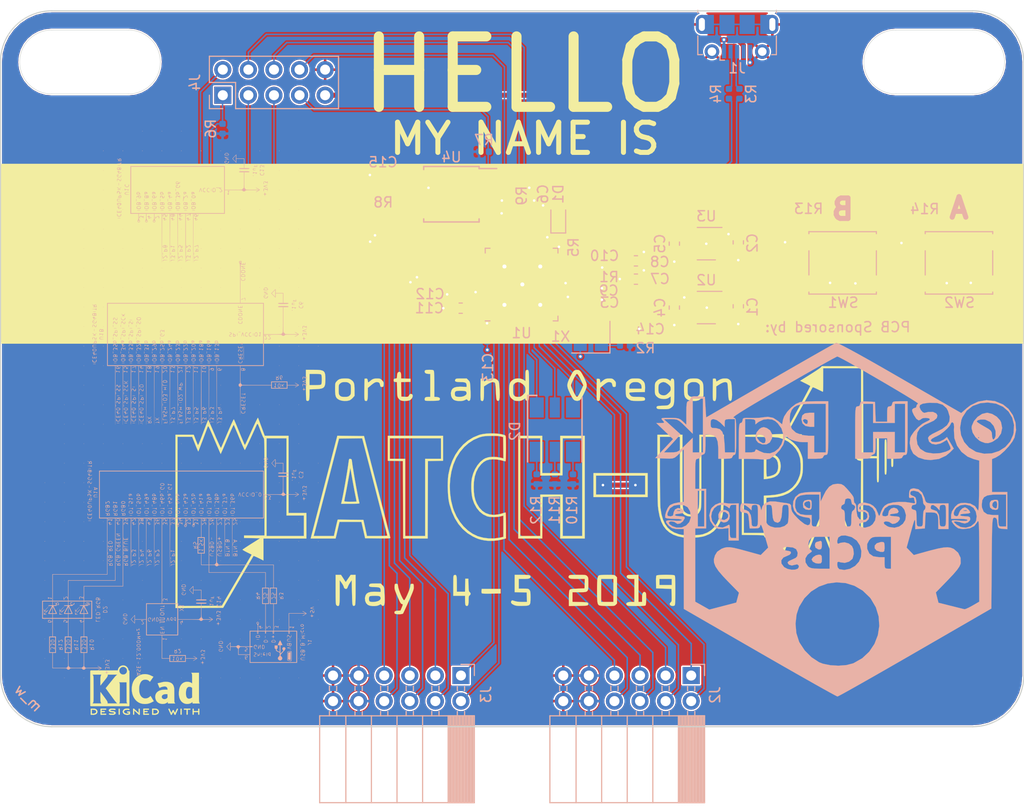
<source format=kicad_pcb>
(kicad_pcb (version 20190331) (host pcbnew "(5.1.0-218-ge90452d)")
  (layers (0 "F.Cu" signal) (31 "B.Cu" signal) (34 "B.Paste" user hide) (35 "F.Paste" user) (36 "B.SilkS" user) (37 "F.SilkS" user) (38 "B.Mask" user hide) (39 "F.Mask" user hide) (44 "Edge.Cuts" user hide))
  (net 0 "")
  (net 1 "Net-(U1-Pad35)")
  (net 2 "Net-(U1-Pad34)")
  (net 3 "Net-(U1-Pad32)")
  (net 4 "Net-(U1-Pad31)")
  (net 5 "Net-(U1-Pad4)")
  (net 6 "Net-(U1-Pad3)")
  (net 7 "Net-(U1-Pad2)")
  (net 8 "GND")
  (net 9 "+5V")
  (net 10 "+3V3")
  (net 11 "+1V2")
  (net 12 "Net-(C10-Pad1)")
  (net 13 "Net-(D1-Pad1)")
  (net 14 "Net-(U2-Pad4)")
  (net 15 "Net-(U3-Pad4)")
  (net 16 "Net-(R2-Pad1)")
  (net 17 "/ICE40_SPI_SI")
  (net 18 "/ICE40_SPI_SS")
  (net 19 "/ICE40_SPI_SCK")
  (net 20 "/ICE40_SPI_SO")
  (net 21 "Net-(J1-Pad3)")
  (net 22 "Net-(J1-Pad4)")
  (net 23 "Net-(J1-Pad2)")
  (net 24 "Net-(R5-Pad1)")
  (net 25 "/J2_P8")
  (net 26 "/J2_P7")
  (net 27 "/J2_P6")
  (net 28 "/J2_P5")
  (net 29 "/J2_P4")
  (net 30 "/J2_P3")
  (net 31 "/J2_P2")
  (net 32 "/J2_P1")
  (net 33 "/J3_P8")
  (net 34 "/J3_P7")
  (net 35 "/J3_P6")
  (net 36 "/J3_P5")
  (net 37 "/J3_P4")
  (net 38 "/J3_P3")
  (net 39 "/J3_P2")
  (net 40 "/J3_P1")
  (net 41 "/USBD+")
  (net 42 "/USBD-")
  (net 43 "/RX")
  (net 44 "/TX")
  (net 45 "/CDONE")
  (net 46 "/CRESET")
  (net 47 "/FLASH_IO3_HLD")
  (net 48 "/FLASH_IO2_WP")
  (net 49 "/RGB_BLUE")
  (net 50 "/RGB_GREEN")
  (net 51 "/RGB_RED")
  (net 52 "/BTN_B")
  (net 53 "/BTN_A")
  (net 54 "Net-(D2-Pad6)")
  (net 55 "Net-(D2-Pad5)")
  (net 56 "Net-(D2-Pad4)")
  (module "latchup-badge:logo_3" (layer "B.Cu") (at 93.9292 90.297 90)
    (fp_text reference "G***" hide)
    (fp_text value "LOGO" hide)
  )
  (module "Button_Switch_SMD:SW_SPST_EVQQ2" (layer "B.Cu") (at 171.3688 75.8392)
    (fp_text reference "SW2" (at 0.05 3.95) (layer "B.SilkS") (effects (justify mirror)))
    (fp_text value "SW_Push")
    (pad "2" smd rect (at 3.4 -2) (size 3.2 1) (layers "B.Cu" "B.Paste" "B.Mask") (net 53 "/BTN_A"))
    (pad "2" smd rect (at -3.4 -2) (size 3.2 1) (layers "B.Cu" "B.Paste" "B.Mask") (net 53 "/BTN_A"))
    (pad "1" smd rect (at -3.4 2) (size 3.2 1) (layers "B.Cu" "B.Paste" "B.Mask") (net 8 "GND"))
    (pad "1" smd rect (at 3.4 2) (size 3.2 1) (layers "B.Cu" "B.Paste" "B.Mask") (net 8 "GND"))
  )
  (module "Button_Switch_SMD:SW_SPST_EVQQ2" (layer "B.Cu") (at 159.8188 75.8392)
    (fp_text reference "SW1" (at 0.05 3.95) (layer "B.SilkS") (effects (justify mirror)))
    (fp_text value "SW_Push")
    (pad "2" smd rect (at 3.4 -2) (size 3.2 1) (layers "B.Cu" "B.Paste" "B.Mask") (net 52 "/BTN_B"))
    (pad "2" smd rect (at -3.4 -2) (size 3.2 1) (layers "B.Cu" "B.Paste" "B.Mask") (net 52 "/BTN_B"))
    (pad "1" smd rect (at -3.4 2) (size 3.2 1) (layers "B.Cu" "B.Paste" "B.Mask") (net 8 "GND"))
    (pad "1" smd rect (at 3.4 2) (size 3.2 1) (layers "B.Cu" "B.Paste" "B.Mask") (net 8 "GND"))
  )
  (module "Resistor_SMD:R_0402_1005Metric" (layer "B.Cu") (at 167.9448 71.7296)
    (fp_text reference "R14" (at 0.0254 -1.2446) (layer "B.SilkS") (effects (justify mirror)))
    (fp_text value "10K")
    (pad "2" smd roundrect (at 0.485 0) (size 0.59 0.64) (layers "B.Cu" "B.Paste" "B.Mask") (net 10 "+3V3"))
    (pad "1" smd roundrect (at -0.485 0) (size 0.59 0.64) (layers "B.Cu" "B.Paste" "B.Mask") (net 53 "/BTN_A"))
  )
  (module "Resistor_SMD:R_0402_1005Metric" (layer "B.Cu") (at 156.4132 71.7296)
    (fp_text reference "R13" (at 0.0254 -1.27) (layer "B.SilkS") (effects (justify mirror)))
    (fp_text value "10K")
    (pad "2" smd roundrect (at 0.485 0) (size 0.59 0.64) (layers "B.Cu" "B.Paste" "B.Mask") (net 10 "+3V3"))
    (pad "1" smd roundrect (at -0.485 0) (size 0.59 0.64) (layers "B.Cu" "B.Paste" "B.Mask") (net 52 "/BTN_B"))
  )
  (module "latchup-badge:LED_RGB_PLLC-6" (layer "B.Cu") (at 131.2418 92.4052 270)
    (fp_text reference "D2" (at 0.1524 3.9624 90) (layer "B.SilkS") (effects (justify mirror)))
    (fp_text value "LED_RGB" hide)
    (pad "6" smd rect (at 2.2 1.8 180) (size 1.4 2) (layers "B.Cu" "B.Paste" "B.Mask") (net 54 "Net-(D2-Pad6)"))
    (pad "5" smd rect (at 2.2 0 180) (size 1 2) (layers "B.Cu" "B.Paste" "B.Mask") (net 55 "Net-(D2-Pad5)"))
    (pad "4" smd rect (at 2.2 -1.8 180) (size 1.4 2) (layers "B.Cu" "B.Paste" "B.Mask") (net 56 "Net-(D2-Pad4)"))
    (pad "3" smd rect (at -2.2 -1.8 180) (size 1.4 2) (layers "B.Cu" "B.Paste" "B.Mask") (net 49 "/RGB_BLUE"))
    (pad "2" smd rect (at -2.2 0 180) (size 1 2) (layers "B.Cu" "B.Paste" "B.Mask") (net 50 "/RGB_GREEN"))
    (pad "1" smd rect (at -2.2 1.8 180) (size 1.4 2) (layers "B.Cu" "B.Paste" "B.Mask") (net 51 "/RGB_RED"))
  )
  (module "Resistor_SMD:R_0402_1005Metric" (layer "B.Cu") (at 129.4384 97.3328 270)
    (fp_text reference "R12" (at 3.0734 0.0508 90) (layer "B.SilkS") (effects (justify mirror)))
    (fp_text value "330")
    (pad "2" smd roundrect (at 0.485 0 270) (size 0.59 0.64) (layers "B.Cu" "B.Paste" "B.Mask") (net 10 "+3V3"))
    (pad "1" smd roundrect (at -0.485 0 270) (size 0.59 0.64) (layers "B.Cu" "B.Paste" "B.Mask") (net 54 "Net-(D2-Pad6)"))
  )
  (module "Resistor_SMD:R_0402_1005Metric" (layer "B.Cu") (at 131.2418 97.3328 270)
    (fp_text reference "R11" (at 3.0734 0.0254 90) (layer "B.SilkS") (effects (justify mirror)))
    (fp_text value "330")
    (pad "2" smd roundrect (at 0.485 0 270) (size 0.59 0.64) (layers "B.Cu" "B.Paste" "B.Mask") (net 10 "+3V3"))
    (pad "1" smd roundrect (at -0.485 0 270) (size 0.59 0.64) (layers "B.Cu" "B.Paste" "B.Mask") (net 55 "Net-(D2-Pad5)"))
  )
  (module "Resistor_SMD:R_0402_1005Metric" (layer "B.Cu") (at 133.0452 97.3328 270)
    (fp_text reference "R10" (at 3.0734 0.1016 90) (layer "B.SilkS") (effects (justify mirror)))
    (fp_text value "330")
    (pad "2" smd roundrect (at 0.485 0 270) (size 0.59 0.64) (layers "B.Cu" "B.Paste" "B.Mask") (net 10 "+3V3"))
    (pad "1" smd roundrect (at -0.485 0 270) (size 0.59 0.64) (layers "B.Cu" "B.Paste" "B.Mask") (net 56 "Net-(D2-Pad4)"))
  )
  (module "latchup-badge:KiCad-Logo_Copper_11mmx5mm" (layer "F.Cu") (at 90.551 117.856)
    (fp_text reference "G***")
    (fp_text value "KiCad Logo" hide)
    (fp_text user "DESIGNED WITH" (at 0 2.6) (layer "F.SilkS") (effects (font (size 0.5 0.97) (thickness 0.125))))
    (pad "1" smd circle (at -2.17 -1.49) (size 0.9 0.9) (layers "F.Cu" "F.Mask"))
  )
  (module "latchup-badge:logo_2" (layer "B.Cu") (at 159.0294 102.1588 180)
    (fp_text reference "G***" hide)
    (fp_text value "LOGO" hide)
  )
  (module "Resistor_SMD:R_0402_1005Metric" (layer "B.Cu") (at 126.7714 69.1642 90)
    (fp_text reference "R9" (at 0 1.17 90) (layer "B.SilkS") (effects (justify mirror)))
    (fp_text value "10K")
    (pad "2" smd roundrect (at 0.485 0 90) (size 0.59 0.64) (layers "B.Cu" "B.Paste" "B.Mask") (net 10 "+3V3"))
    (pad "1" smd roundrect (at -0.485 0 90) (size 0.59 0.64) (layers "B.Cu" "B.Paste" "B.Mask") (net 48 "/FLASH_IO2_WP"))
  )
  (module "Resistor_SMD:R_0402_1005Metric" (layer "B.Cu") (at 114.2238 68.3768 180)
    (fp_text reference "R8" (at 0.0254 -1.4478) (layer "B.SilkS") (effects (justify mirror)))
    (fp_text value "10K")
    (pad "2" smd roundrect (at 0.485 0 180) (size 0.59 0.64) (layers "B.Cu" "B.Paste" "B.Mask") (net 10 "+3V3"))
    (pad "1" smd roundrect (at -0.485 0 180) (size 0.59 0.64) (layers "B.Cu" "B.Paste" "B.Mask") (net 47 "/FLASH_IO3_HLD"))
  )
  (module "Resistor_SMD:R_0402_1005Metric" (layer "B.Cu") (at 124.206 64.7954 180)
    (fp_text reference "R7" (at 0 1.17) (layer "B.SilkS") (effects (justify mirror)))
    (fp_text value "10K")
    (pad "2" smd roundrect (at 0.485 0 180) (size 0.59 0.64) (layers "B.Cu" "B.Paste" "B.Mask") (net 10 "+3V3"))
    (pad "1" smd roundrect (at -0.485 0 180) (size 0.59 0.64) (layers "B.Cu" "B.Paste" "B.Mask") (net 18 "/ICE40_SPI_SS"))
  )
  (module "Resistor_SMD:R_0402_1005Metric" (layer "B.Cu") (at 98.2472 62.5094 270)
    (fp_text reference "R6" (at 0 1.17 90) (layer "B.SilkS") (effects (justify mirror)))
    (fp_text value "10K")
    (pad "2" smd roundrect (at 0.485 0 270) (size 0.59 0.64) (layers "B.Cu" "B.Paste" "B.Mask") (net 10 "+3V3"))
    (pad "1" smd roundrect (at -0.485 0 270) (size 0.59 0.64) (layers "B.Cu" "B.Paste" "B.Mask") (net 46 "/CRESET"))
  )
  (module "Connector_PinSocket_2.54mm:PinSocket_2x05_P2.54mm_Vertical" (layer "B.Cu") (at 98.2726 59.182 270)
    (fp_text reference "J4" (at -1.27 2.77 90) (layer "B.SilkS") (effects (justify mirror)))
    (fp_text value "CONN_02X05")
    (pad "10" thru_hole oval (at -2.54 -10.16 270) (size 1.7 1.7) (drill 1) (layers *.Cu *.Mask) (net 8 "GND"))
    (pad "9" thru_hole oval (at 0 -10.16 270) (size 1.7 1.7) (drill 1) (layers *.Cu *.Mask) (net 9 "+5V"))
    (pad "8" thru_hole oval (at -2.54 -7.62 270) (size 1.7 1.7) (drill 1) (layers *.Cu *.Mask) (net 17 "/ICE40_SPI_SI"))
    (pad "7" thru_hole oval (at 0 -7.62 270) (size 1.7 1.7) (drill 1) (layers *.Cu *.Mask) (net 18 "/ICE40_SPI_SS"))
    (pad "6" thru_hole oval (at -2.54 -5.08 270) (size 1.7 1.7) (drill 1) (layers *.Cu *.Mask) (net 43 "/RX"))
    (pad "5" thru_hole oval (at 0 -5.08 270) (size 1.7 1.7) (drill 1) (layers *.Cu *.Mask) (net 19 "/ICE40_SPI_SCK"))
    (pad "4" thru_hole oval (at -2.54 -2.54 270) (size 1.7 1.7) (drill 1) (layers *.Cu *.Mask) (net 44 "/TX"))
    (pad "3" thru_hole oval (at 0 -2.54 270) (size 1.7 1.7) (drill 1) (layers *.Cu *.Mask) (net 20 "/ICE40_SPI_SO"))
    (pad "2" thru_hole oval (at -2.54 0 270) (size 1.7 1.7) (drill 1) (layers *.Cu *.Mask) (net 45 "/CDONE"))
    (pad "1" thru_hole rect (at 0 0 270) (size 1.7 1.7) (drill 1) (layers *.Cu *.Mask) (net 46 "/CRESET"))
  )
  (module "Connector_PinSocket_2.54mm:PinSocket_2x06_P2.54mm_Horizontal" (layer "B.Cu") (at 121.92 116.84 90)
    (fp_text reference "J3" (at -1.8796 2.4892 270) (layer "B.SilkS") (effects (justify mirror)))
    (fp_text value "CONN_02X06")
    (pad "12" thru_hole oval (at -2.54 -12.7 90) (size 1.7 1.7) (drill 1) (layers *.Cu *.Mask) (net 8 "GND"))
    (pad "11" thru_hole oval (at 0 -12.7 90) (size 1.7 1.7) (drill 1) (layers *.Cu *.Mask) (net 8 "GND"))
    (pad "10" thru_hole oval (at -2.54 -10.16 90) (size 1.7 1.7) (drill 1) (layers *.Cu *.Mask) (net 10 "+3V3"))
    (pad "9" thru_hole oval (at 0 -10.16 90) (size 1.7 1.7) (drill 1) (layers *.Cu *.Mask) (net 10 "+3V3"))
    (pad "8" thru_hole oval (at -2.54 -7.62 90) (size 1.7 1.7) (drill 1) (layers *.Cu *.Mask) (net 33 "/J3_P8"))
    (pad "7" thru_hole oval (at 0 -7.62 90) (size 1.7 1.7) (drill 1) (layers *.Cu *.Mask) (net 34 "/J3_P7"))
    (pad "6" thru_hole oval (at -2.54 -5.08 90) (size 1.7 1.7) (drill 1) (layers *.Cu *.Mask) (net 35 "/J3_P6"))
    (pad "5" thru_hole oval (at 0 -5.08 90) (size 1.7 1.7) (drill 1) (layers *.Cu *.Mask) (net 36 "/J3_P5"))
    (pad "4" thru_hole oval (at -2.54 -2.54 90) (size 1.7 1.7) (drill 1) (layers *.Cu *.Mask) (net 37 "/J3_P4"))
    (pad "3" thru_hole oval (at 0 -2.54 90) (size 1.7 1.7) (drill 1) (layers *.Cu *.Mask) (net 38 "/J3_P3"))
    (pad "2" thru_hole oval (at -2.54 0 90) (size 1.7 1.7) (drill 1) (layers *.Cu *.Mask) (net 39 "/J3_P2"))
    (pad "1" thru_hole rect (at 0 0 90) (size 1.7 1.7) (drill 1) (layers *.Cu *.Mask) (net 40 "/J3_P1"))
  )
  (module "Connector_PinSocket_2.54mm:PinSocket_2x06_P2.54mm_Horizontal" (layer "B.Cu") (at 144.78 116.84 90)
    (fp_text reference "J2" (at -1.9304 2.3622 270) (layer "B.SilkS") (effects (justify mirror)))
    (fp_text value "CONN_02X06")
    (pad "12" thru_hole oval (at -2.54 -12.7 90) (size 1.7 1.7) (drill 1) (layers *.Cu *.Mask) (net 8 "GND"))
    (pad "11" thru_hole oval (at 0 -12.7 90) (size 1.7 1.7) (drill 1) (layers *.Cu *.Mask) (net 8 "GND"))
    (pad "10" thru_hole oval (at -2.54 -10.16 90) (size 1.7 1.7) (drill 1) (layers *.Cu *.Mask) (net 10 "+3V3"))
    (pad "9" thru_hole oval (at 0 -10.16 90) (size 1.7 1.7) (drill 1) (layers *.Cu *.Mask) (net 10 "+3V3"))
    (pad "8" thru_hole oval (at -2.54 -7.62 90) (size 1.7 1.7) (drill 1) (layers *.Cu *.Mask) (net 25 "/J2_P8"))
    (pad "7" thru_hole oval (at 0 -7.62 90) (size 1.7 1.7) (drill 1) (layers *.Cu *.Mask) (net 26 "/J2_P7"))
    (pad "6" thru_hole oval (at -2.54 -5.08 90) (size 1.7 1.7) (drill 1) (layers *.Cu *.Mask) (net 27 "/J2_P6"))
    (pad "5" thru_hole oval (at 0 -5.08 90) (size 1.7 1.7) (drill 1) (layers *.Cu *.Mask) (net 28 "/J2_P5"))
    (pad "4" thru_hole oval (at -2.54 -2.54 90) (size 1.7 1.7) (drill 1) (layers *.Cu *.Mask) (net 29 "/J2_P4"))
    (pad "3" thru_hole oval (at 0 -2.54 90) (size 1.7 1.7) (drill 1) (layers *.Cu *.Mask) (net 30 "/J2_P3"))
    (pad "2" thru_hole oval (at -2.54 0 90) (size 1.7 1.7) (drill 1) (layers *.Cu *.Mask) (net 31 "/J2_P2"))
    (pad "1" thru_hole rect (at 0 0 90) (size 1.7 1.7) (drill 1) (layers *.Cu *.Mask) (net 32 "/J2_P1"))
  )
  (module "latchup-badge:logo_1" (layer "F.Cu") (at 128.27 97.79)
    (fp_text reference "G***" hide)
    (fp_text value "LOGO" hide)
  )
  (module "latchup-badge:logo" (layer "F.Cu") (at 128.27 97.79)
    (fp_text reference "G***" hide)
    (fp_text value "LOGO" hide)
  )
  (module "Connector_USB:USB_Micro-B_Molex-105017-0001" (layer "B.Cu") (at 149.3393 53.38572)
    (fp_text reference "J1" (at 0 3.1125 180) (layer "B.SilkS") (effects (justify mirror)))
    (fp_text value "USB_B_Micro")
    (pad "6" smd rect (at -2.9 -1.2375) (size 1.2 1.9) (layers "B.Cu" "B.Mask") (net 8 "GND"))
    (pad "6" smd rect (at 2.9 -1.2375) (size 1.2 1.9) (layers "B.Cu" "B.Mask") (net 8 "GND"))
    (pad "6" thru_hole oval (at 3.5 -1.2375) (size 1.2 1.9) (drill oval 0.6 1.3) (layers *.Cu *.Mask) (net 8 "GND"))
    (pad "6" thru_hole oval (at -3.5 -1.2375 180) (size 1.2 1.9) (drill oval 0.6 1.3) (layers *.Cu *.Mask) (net 8 "GND"))
    (pad "6" smd rect (at -1 -1.2375) (size 1.5 1.9) (layers "B.Cu" "B.Paste" "B.Mask") (net 8 "GND"))
    (pad "6" thru_hole circle (at 2.5 1.4625) (size 1.45 1.45) (drill 0.85) (layers *.Cu *.Mask) (net 8 "GND"))
    (pad "3" smd rect (at 0 1.4625) (size 0.4 1.35) (layers "B.Cu" "B.Paste" "B.Mask") (net 21 "Net-(J1-Pad3)"))
    (pad "4" smd rect (at 0.65 1.4625) (size 0.4 1.35) (layers "B.Cu" "B.Paste" "B.Mask") (net 22 "Net-(J1-Pad4)"))
    (pad "5" smd rect (at 1.3 1.4625) (size 0.4 1.35) (layers "B.Cu" "B.Paste" "B.Mask") (net 8 "GND"))
    (pad "1" smd rect (at -1.3 1.4625) (size 0.4 1.35) (layers "B.Cu" "B.Paste" "B.Mask") (net 9 "+5V"))
    (pad "2" smd rect (at -0.65 1.4625) (size 0.4 1.35) (layers "B.Cu" "B.Paste" "B.Mask") (net 23 "Net-(J1-Pad2)"))
    (pad "6" thru_hole circle (at -2.5 1.4625) (size 1.45 1.45) (drill 0.85) (layers *.Cu *.Mask) (net 8 "GND"))
    (pad "6" smd rect (at 1 -1.2375) (size 1.5 1.9) (layers "B.Cu" "B.Paste" "B.Mask") (net 8 "GND"))
  )
  (module "Resistor_SMD:R_0402_1005Metric" (layer "B.Cu") (at 133.0706 76.2508 90)
    (fp_text reference "R5" (at 1.9558 0.0254 270) (layer "B.SilkS") (effects (justify mirror)))
    (fp_text value "1.5K")
    (pad "2" smd roundrect (at 0.485 0 90) (size 0.59 0.64) (layers "B.Cu" "B.Paste" "B.Mask") (net 41 "/USBD+"))
    (pad "1" smd roundrect (at -0.485 0 90) (size 0.59 0.64) (layers "B.Cu" "B.Paste" "B.Mask") (net 24 "Net-(R5-Pad1)"))
  )
  (module "Resistor_SMD:R_0402_1005Metric" (layer "B.Cu") (at 148.5265 59.03722 90)
    (fp_text reference "R4" (at -0.00254 -1.28524 90) (layer "B.SilkS") (effects (justify mirror)))
    (fp_text value "25")
    (pad "2" smd roundrect (at 0.485 0 90) (size 0.59 0.64) (layers "B.Cu" "B.Paste" "B.Mask") (net 23 "Net-(J1-Pad2)"))
    (pad "1" smd roundrect (at -0.485 0 90) (size 0.59 0.64) (layers "B.Cu" "B.Paste" "B.Mask") (net 42 "/USBD-"))
  )
  (module "Resistor_SMD:R_0402_1005Metric" (layer "B.Cu") (at 149.56536 59.03722 90)
    (fp_text reference "R3" (at 0 1.17 90) (layer "B.SilkS") (effects (justify mirror)))
    (fp_text value "25")
    (pad "2" smd roundrect (at 0.485 0 90) (size 0.59 0.64) (layers "B.Cu" "B.Paste" "B.Mask") (net 21 "Net-(J1-Pad3)"))
    (pad "1" smd roundrect (at -0.485 0 90) (size 0.59 0.64) (layers "B.Cu" "B.Paste" "B.Mask") (net 41 "/USBD+"))
  )
  (module "Package_SO:SOIJ-8_5.3x5.3mm_P1.27mm" (layer "B.Cu") (at 120.97004 69.01688 180)
    (fp_text reference "U4" (at 0 3.68) (layer "B.SilkS") (effects (justify mirror)))
    (fp_text value "M25PX32-VMW")
    (pad "8" smd rect (at 3.65 1.905 180) (size 1.7 0.65) (layers "B.Cu" "B.Paste" "B.Mask") (net 10 "+3V3"))
    (pad "7" smd rect (at 3.65 0.635 180) (size 1.7 0.65) (layers "B.Cu" "B.Paste" "B.Mask") (net 47 "/FLASH_IO3_HLD"))
    (pad "6" smd rect (at 3.65 -0.635 180) (size 1.7 0.65) (layers "B.Cu" "B.Paste" "B.Mask") (net 19 "/ICE40_SPI_SCK"))
    (pad "5" smd rect (at 3.65 -1.905 180) (size 1.7 0.65) (layers "B.Cu" "B.Paste" "B.Mask") (net 20 "/ICE40_SPI_SO"))
    (pad "4" smd rect (at -3.65 -1.905 180) (size 1.7 0.65) (layers "B.Cu" "B.Paste" "B.Mask") (net 8 "GND"))
    (pad "3" smd rect (at -3.65 -0.635 180) (size 1.7 0.65) (layers "B.Cu" "B.Paste" "B.Mask") (net 48 "/FLASH_IO2_WP"))
    (pad "2" smd rect (at -3.65 0.635 180) (size 1.7 0.65) (layers "B.Cu" "B.Paste" "B.Mask") (net 17 "/ICE40_SPI_SI"))
    (pad "1" smd rect (at -3.65 1.905 180) (size 1.7 0.65) (layers "B.Cu" "B.Paste" "B.Mask") (net 18 "/ICE40_SPI_SS"))
  )
  (module "Capacitor_SMD:C_0402_1005Metric" (layer "B.Cu") (at 114.23142 67.1068)
    (fp_text reference "C15" (at -0.05842 -1.27) (layer "B.SilkS") (effects (justify mirror)))
    (fp_text value ".1uF")
    (pad "2" smd roundrect (at 0.485 0) (size 0.59 0.64) (layers "B.Cu" "B.Paste" "B.Mask") (net 10 "+3V3"))
    (pad "1" smd roundrect (at -0.485 0) (size 0.59 0.64) (layers "B.Cu" "B.Paste" "B.Mask") (net 8 "GND"))
  )
  (module "Oscillator:Oscillator_SMD_Abracon_ASE-4Pin_3.2x2.5mm" (layer "B.Cu") (at 134.814959 83.218361 180)
    (fp_text reference "X1" (at 3.014359 0.058761 180) (layer "B.SilkS") (effects (justify mirror)))
    (fp_text value "ASE-12.000MHz")
    (pad "4" smd rect (at -1.05 0.825 180) (size 1.3 1.1) (layers "B.Cu" "B.Paste" "B.Mask") (net 10 "+3V3"))
    (pad "3" smd rect (at 1.05 0.825 180) (size 1.3 1.1) (layers "B.Cu" "B.Paste" "B.Mask") (net 1 "Net-(U1-Pad35)"))
    (pad "2" smd rect (at 1.05 -0.825 180) (size 1.3 1.1) (layers "B.Cu" "B.Paste" "B.Mask") (net 8 "GND"))
    (pad "1" smd rect (at -1.05 -0.825 180) (size 1.3 1.1) (layers "B.Cu" "B.Paste" "B.Mask") (net 16 "Net-(R2-Pad1)"))
  )
  (module "Resistor_SMD:R_0402_1005Metric" (layer "B.Cu") (at 138.2014 84.0486)
    (fp_text reference "R2" (at 2.032 0.254 180) (layer "B.SilkS") (effects (justify mirror)))
    (fp_text value "10K")
    (pad "2" smd roundrect (at 0.485 0) (size 0.59 0.64) (layers "B.Cu" "B.Paste" "B.Mask") (net 10 "+3V3"))
    (pad "1" smd roundrect (at -0.485 0) (size 0.59 0.64) (layers "B.Cu" "B.Paste" "B.Mask") (net 16 "Net-(R2-Pad1)"))
  )
  (module "Capacitor_SMD:C_0402_1005Metric" (layer "B.Cu") (at 138.3538 82.3976 180)
    (fp_text reference "C14" (at -2.3622 -0.0254) (layer "B.SilkS") (effects (justify mirror)))
    (fp_text value ".1uF")
    (pad "2" smd roundrect (at 0.485 0 180) (size 0.59 0.64) (layers "B.Cu" "B.Paste" "B.Mask") (net 10 "+3V3"))
    (pad "1" smd roundrect (at -0.485 0 180) (size 0.59 0.64) (layers "B.Cu" "B.Paste" "B.Mask") (net 8 "GND"))
  )
  (module "Package_TO_SOT_SMD:SOT-23-5" (layer "B.Cu") (at 146.283421 73.928992 180)
    (fp_text reference "U3" (at -0.002799 2.727712) (layer "B.SilkS") (effects (justify mirror)))
    (fp_text value "TLV70033_SOT23-5")
    (pad "5" smd rect (at 1.1 0.95 180) (size 1.06 0.65) (layers "B.Cu" "B.Paste" "B.Mask") (net 10 "+3V3"))
    (pad "4" smd rect (at 1.1 -0.95 180) (size 1.06 0.65) (layers "B.Cu" "B.Paste" "B.Mask") (net 15 "Net-(U3-Pad4)"))
    (pad "3" smd rect (at -1.1 -0.95 180) (size 1.06 0.65) (layers "B.Cu" "B.Paste" "B.Mask") (net 9 "+5V"))
    (pad "2" smd rect (at -1.1 0 180) (size 1.06 0.65) (layers "B.Cu" "B.Paste" "B.Mask") (net 8 "GND"))
    (pad "1" smd rect (at -1.1 0.95 180) (size 1.06 0.65) (layers "B.Cu" "B.Paste" "B.Mask") (net 9 "+5V"))
  )
  (module "Package_TO_SOT_SMD:SOT-23-5" (layer "B.Cu") (at 146.283421 80.278992 180)
    (fp_text reference "U2" (at -0.002799 2.727712) (layer "B.SilkS") (effects (justify mirror)))
    (fp_text value "TLV70012_SOT23-5")
    (pad "5" smd rect (at 1.1 0.95 180) (size 1.06 0.65) (layers "B.Cu" "B.Paste" "B.Mask") (net 11 "+1V2"))
    (pad "4" smd rect (at 1.1 -0.95 180) (size 1.06 0.65) (layers "B.Cu" "B.Paste" "B.Mask") (net 14 "Net-(U2-Pad4)"))
    (pad "3" smd rect (at -1.1 -0.95 180) (size 1.06 0.65) (layers "B.Cu" "B.Paste" "B.Mask") (net 9 "+5V"))
    (pad "2" smd rect (at -1.1 0 180) (size 1.06 0.65) (layers "B.Cu" "B.Paste" "B.Mask") (net 8 "GND"))
    (pad "1" smd rect (at -1.1 0.95 180) (size 1.06 0.65) (layers "B.Cu" "B.Paste" "B.Mask") (net 9 "+5V"))
  )
  (module "Resistor_SMD:R_0402_1005Metric" (layer "B.Cu") (at 134.73176 77.30236 180)
    (fp_text reference "R1" (at -1.89484 0.06096) (layer "B.SilkS") (effects (justify mirror)))
    (fp_text value "100")
    (pad "2" smd roundrect (at 0.485 0 180) (size 0.59 0.64) (layers "B.Cu" "B.Paste" "B.Mask") (net 12 "Net-(C10-Pad1)"))
    (pad "1" smd roundrect (at -0.485 0 180) (size 0.59 0.64) (layers "B.Cu" "B.Paste" "B.Mask") (net 11 "+1V2"))
  )
  (module "Diode_SMD:D_0603_1608Metric" (layer "B.Cu") (at 131.58216 71.38416 90)
    (fp_text reference "D1" (at 2.3875 0 90) (layer "B.SilkS") (effects (justify mirror)))
    (fp_text value "CDBU0520")
    (pad "2" smd roundrect (at 0.7875 0 90) (size 0.875 0.95) (layers "B.Cu" "B.Paste" "B.Mask") (net 10 "+3V3"))
    (pad "1" smd roundrect (at -0.7875 0 90) (size 0.875 0.95) (layers "B.Cu" "B.Paste" "B.Mask") (net 13 "Net-(D1-Pad1)"))
  )
  (module "Capacitor_SMD:C_0402_1005Metric" (layer "B.Cu") (at 124.5362 83.185 90)
    (fp_text reference "C13" (at -3.048 0.06604 90) (layer "B.SilkS") (effects (justify mirror)))
    (fp_text value ".1uF")
    (pad "2" smd roundrect (at 0.485 0 90) (size 0.59 0.64) (layers "B.Cu" "B.Paste" "B.Mask") (net 10 "+3V3"))
    (pad "1" smd roundrect (at -0.485 0 90) (size 0.59 0.64) (layers "B.Cu" "B.Paste" "B.Mask") (net 8 "GND"))
  )
  (module "Capacitor_SMD:C_0402_1005Metric" (layer "B.Cu") (at 121.8946 78.9686 180)
    (fp_text reference "C12" (at 3.048 0.03556 180) (layer "B.SilkS") (effects (justify mirror)))
    (fp_text value ".1uF")
    (pad "2" smd roundrect (at 0.485 0 180) (size 0.59 0.64) (layers "B.Cu" "B.Paste" "B.Mask") (net 8 "GND"))
    (pad "1" smd roundrect (at -0.485 0 180) (size 0.59 0.64) (layers "B.Cu" "B.Paste" "B.Mask") (net 11 "+1V2"))
  )
  (module "Capacitor_SMD:C_0603_1608Metric" (layer "B.Cu") (at 121.8946 80.3402 180)
    (fp_text reference "C11" (at 3.10907 0.004954 180) (layer "B.SilkS") (effects (justify mirror)))
    (fp_text value "10uF")
    (pad "2" smd roundrect (at 0.7875 0 180) (size 0.875 0.95) (layers "B.Cu" "B.Paste" "B.Mask") (net 8 "GND"))
    (pad "1" smd roundrect (at -0.7875 0 180) (size 0.875 0.95) (layers "B.Cu" "B.Paste" "B.Mask") (net 11 "+1V2"))
  )
  (module "Capacitor_SMD:C_0402_1005Metric" (layer "B.Cu") (at 134.73176 76.28636)
    (fp_text reference "C10" (at 1.43764 -1.15316) (layer "B.SilkS") (effects (justify mirror)))
    (fp_text value ".1uF")
    (pad "2" smd roundrect (at 0.485 0) (size 0.59 0.64) (layers "B.Cu" "B.Paste" "B.Mask") (net 8 "GND"))
    (pad "1" smd roundrect (at -0.485 0) (size 0.59 0.64) (layers "B.Cu" "B.Paste" "B.Mask") (net 12 "Net-(C10-Pad1)"))
  )
  (module "Capacitor_SMD:C_0402_1005Metric" (layer "B.Cu") (at 134.72922 78.36662)
    (fp_text reference "C9" (at 1.87198 0.22098) (layer "B.SilkS") (effects (justify mirror)))
    (fp_text value ".1uF")
    (pad "2" smd roundrect (at 0.485 0) (size 0.59 0.64) (layers "B.Cu" "B.Paste" "B.Mask") (net 8 "GND"))
    (pad "1" smd roundrect (at -0.485 0) (size 0.59 0.64) (layers "B.Cu" "B.Paste" "B.Mask") (net 11 "+1V2"))
  )
  (module "Capacitor_SMD:C_0603_1608Metric" (layer "B.Cu") (at 139.2936 75.6412)
    (fp_text reference "C8" (at 2.3622 0.1016) (layer "B.SilkS") (effects (justify mirror)))
    (fp_text value "10uF")
    (pad "2" smd roundrect (at 0.7875 0) (size 0.875 0.95) (layers "B.Cu" "B.Paste" "B.Mask") (net 8 "GND"))
    (pad "1" smd roundrect (at -0.7875 0) (size 0.875 0.95) (layers "B.Cu" "B.Paste" "B.Mask") (net 12 "Net-(C10-Pad1)"))
  )
  (module "Capacitor_SMD:C_0603_1608Metric" (layer "B.Cu") (at 139.2936 77.4573)
    (fp_text reference "C7" (at 2.3876 -0.020194) (layer "B.SilkS") (effects (justify mirror)))
    (fp_text value "10uF")
    (pad "2" smd roundrect (at 0.7875 0) (size 0.875 0.95) (layers "B.Cu" "B.Paste" "B.Mask") (net 8 "GND"))
    (pad "1" smd roundrect (at -0.7875 0) (size 0.875 0.95) (layers "B.Cu" "B.Paste" "B.Mask") (net 11 "+1V2"))
  )
  (module "Capacitor_SMD:C_0402_1005Metric" (layer "B.Cu") (at 130.05816 71.38416 270)
    (fp_text reference "C6" (at -2.39 0 270) (layer "B.SilkS") (effects (justify mirror)))
    (fp_text value ".1uF")
    (pad "2" smd roundrect (at 0.485 0 270) (size 0.59 0.64) (layers "B.Cu" "B.Paste" "B.Mask") (net 10 "+3V3"))
    (pad "1" smd roundrect (at -0.485 0 270) (size 0.59 0.64) (layers "B.Cu" "B.Paste" "B.Mask") (net 8 "GND"))
  )
  (module "Capacitor_SMD:C_0603_1608Metric" (layer "B.Cu") (at 143.108421 73.928992 270)
    (fp_text reference "C5" (at 0 1.43 270) (layer "B.SilkS") (effects (justify mirror)))
    (fp_text value "1uF")
    (pad "2" smd roundrect (at 0.7875 0 270) (size 0.875 0.95) (layers "B.Cu" "B.Paste" "B.Mask") (net 8 "GND"))
    (pad "1" smd roundrect (at -0.7875 0 270) (size 0.875 0.95) (layers "B.Cu" "B.Paste" "B.Mask") (net 10 "+3V3"))
  )
  (module "Capacitor_SMD:C_0603_1608Metric" (layer "B.Cu") (at 143.108421 80.278992 270)
    (fp_text reference "C4" (at 0 1.43 270) (layer "B.SilkS") (effects (justify mirror)))
    (fp_text value "1uF")
    (pad "2" smd roundrect (at 0.7875 0 270) (size 0.875 0.95) (layers "B.Cu" "B.Paste" "B.Mask") (net 8 "GND"))
    (pad "1" smd roundrect (at -0.7875 0 270) (size 0.875 0.95) (layers "B.Cu" "B.Paste" "B.Mask") (net 11 "+1V2"))
  )
  (module "Capacitor_SMD:C_0402_1005Metric" (layer "B.Cu") (at 134.7216 79.502 180)
    (fp_text reference "C3" (at -1.945529 -0.2794 180) (layer "B.SilkS") (effects (justify mirror)))
    (fp_text value ".1uF")
    (pad "2" smd roundrect (at 0.485 0 180) (size 0.59 0.64) (layers "B.Cu" "B.Paste" "B.Mask") (net 10 "+3V3"))
    (pad "1" smd roundrect (at -0.485 0 180) (size 0.59 0.64) (layers "B.Cu" "B.Paste" "B.Mask") (net 8 "GND"))
  )
  (module "Capacitor_SMD:C_0603_1608Metric" (layer "B.Cu") (at 149.458421 73.801992 270)
    (fp_text reference "C2" (at 0.066288 -1.399799 270) (layer "B.SilkS") (effects (justify mirror)))
    (fp_text value "1uF")
    (pad "2" smd roundrect (at 0.7875 0 270) (size 0.875 0.95) (layers "B.Cu" "B.Paste" "B.Mask") (net 8 "GND"))
    (pad "1" smd roundrect (at -0.7875 0 270) (size 0.875 0.95) (layers "B.Cu" "B.Paste" "B.Mask") (net 9 "+5V"))
  )
  (module "Capacitor_SMD:C_0603_1608Metric" (layer "B.Cu") (at 149.458421 80.151992 270)
    (fp_text reference "C1" (at 0.066288 -1.399799 270) (layer "B.SilkS") (effects (justify mirror)))
    (fp_text value "1uF")
    (pad "2" smd roundrect (at 0.7875 0 270) (size 0.875 0.95) (layers "B.Cu" "B.Paste" "B.Mask") (net 8 "GND"))
    (pad "1" smd roundrect (at -0.7875 0 270) (size 0.875 0.95) (layers "B.Cu" "B.Paste" "B.Mask") (net 9 "+5V"))
  )
  (module "Package_DFN_QFN:QFN-48-1EP_7x7mm_P0.5mm_EP5.6x5.6mm" (layer "B.Cu") (at 127.941871 77.994154)
    (fp_text reference "U1" (at 0 4.82) (layer "B.SilkS") (effects (justify mirror)))
    (fp_text value "ICE40UP5K-SG48ITR")
    (pad "48" smd roundrect (at -2.75 3.4375) (size 0.25 0.875) (layers "B.Cu" "B.Paste" "B.Mask") (net 40 "/J3_P1"))
    (pad "47" smd roundrect (at -2.25 3.4375) (size 0.25 0.875) (layers "B.Cu" "B.Paste" "B.Mask") (net 39 "/J3_P2"))
    (pad "46" smd roundrect (at -1.75 3.4375) (size 0.25 0.875) (layers "B.Cu" "B.Paste" "B.Mask") (net 26 "/J2_P7"))
    (pad "45" smd roundrect (at -1.25 3.4375) (size 0.25 0.875) (layers "B.Cu" "B.Paste" "B.Mask") (net 25 "/J2_P8"))
    (pad "44" smd roundrect (at -0.75 3.4375) (size 0.25 0.875) (layers "B.Cu" "B.Paste" "B.Mask") (net 28 "/J2_P5"))
    (pad "43" smd roundrect (at -0.25 3.4375) (size 0.25 0.875) (layers "B.Cu" "B.Paste" "B.Mask") (net 27 "/J2_P6"))
    (pad "42" smd roundrect (at 0.25 3.4375) (size 0.25 0.875) (layers "B.Cu" "B.Paste" "B.Mask") (net 30 "/J2_P3"))
    (pad "41" smd roundrect (at 0.75 3.4375) (size 0.25 0.875) (layers "B.Cu" "B.Paste" "B.Mask") (net 51 "/RGB_RED"))
    (pad "40" smd roundrect (at 1.25 3.4375) (size 0.25 0.875) (layers "B.Cu" "B.Paste" "B.Mask") (net 50 "/RGB_GREEN"))
    (pad "39" smd roundrect (at 1.75 3.4375) (size 0.25 0.875) (layers "B.Cu" "B.Paste" "B.Mask") (net 49 "/RGB_BLUE"))
    (pad "38" smd roundrect (at 2.25 3.4375) (size 0.25 0.875) (layers "B.Cu" "B.Paste" "B.Mask") (net 29 "/J2_P4"))
    (pad "37" smd roundrect (at 2.75 3.4375) (size 0.25 0.875) (layers "B.Cu" "B.Paste" "B.Mask") (net 32 "/J2_P1"))
    (pad "36" smd roundrect (at 3.4375 2.75) (size 0.875 0.25) (layers "B.Cu" "B.Paste" "B.Mask") (net 31 "/J2_P2"))
    (pad "35" smd roundrect (at 3.4375 2.25) (size 0.875 0.25) (layers "B.Cu" "B.Paste" "B.Mask") (net 1 "Net-(U1-Pad35)"))
    (pad "34" smd roundrect (at 3.4375 1.75) (size 0.875 0.25) (layers "B.Cu" "B.Paste" "B.Mask") (net 2 "Net-(U1-Pad34)"))
    (pad "33" smd roundrect (at 3.4375 1.25) (size 0.875 0.25) (layers "B.Cu" "B.Paste" "B.Mask") (net 10 "+3V3"))
    (pad "32" smd roundrect (at 3.4375 0.75) (size 0.875 0.25) (layers "B.Cu" "B.Paste" "B.Mask") (net 3 "Net-(U1-Pad32)"))
    (pad "31" smd roundrect (at 3.4375 0.25) (size 0.875 0.25) (layers "B.Cu" "B.Paste" "B.Mask") (net 4 "Net-(U1-Pad31)"))
    (pad "30" smd roundrect (at 3.4375 -0.25) (size 0.875 0.25) (layers "B.Cu" "B.Paste" "B.Mask") (net 11 "+1V2"))
    (pad "29" smd roundrect (at 3.4375 -0.75) (size 0.875 0.25) (layers "B.Cu" "B.Paste" "B.Mask") (net 12 "Net-(C10-Pad1)"))
    (pad "28" smd roundrect (at 3.4375 -1.25) (size 0.875 0.25) (layers "B.Cu" "B.Paste" "B.Mask") (net 24 "Net-(R5-Pad1)"))
    (pad "27" smd roundrect (at 3.4375 -1.75) (size 0.875 0.25) (layers "B.Cu" "B.Paste" "B.Mask") (net 41 "/USBD+"))
    (pad "26" smd roundrect (at 3.4375 -2.25) (size 0.875 0.25) (layers "B.Cu" "B.Paste" "B.Mask") (net 42 "/USBD-"))
    (pad "25" smd roundrect (at 3.4375 -2.75) (size 0.875 0.25) (layers "B.Cu" "B.Paste" "B.Mask") (net 53 "/BTN_A"))
    (pad "24" smd roundrect (at 2.75 -3.4375) (size 0.25 0.875) (layers "B.Cu" "B.Paste" "B.Mask") (net 13 "Net-(D1-Pad1)"))
    (pad "23" smd roundrect (at 2.25 -3.4375) (size 0.25 0.875) (layers "B.Cu" "B.Paste" "B.Mask") (net 52 "/BTN_B"))
    (pad "22" smd roundrect (at 1.75 -3.4375) (size 0.25 0.875) (layers "B.Cu" "B.Paste" "B.Mask") (net 10 "+3V3"))
    (pad "21" smd roundrect (at 1.25 -3.4375) (size 0.25 0.875) (layers "B.Cu" "B.Paste" "B.Mask") (net 48 "/FLASH_IO2_WP"))
    (pad "20" smd roundrect (at 0.75 -3.4375) (size 0.25 0.875) (layers "B.Cu" "B.Paste" "B.Mask") (net 47 "/FLASH_IO3_HLD"))
    (pad "19" smd roundrect (at 0.25 -3.4375) (size 0.25 0.875) (layers "B.Cu" "B.Paste" "B.Mask") (net 44 "/TX"))
    (pad "18" smd roundrect (at -0.25 -3.4375) (size 0.25 0.875) (layers "B.Cu" "B.Paste" "B.Mask") (net 43 "/RX"))
    (pad "17" smd roundrect (at -0.75 -3.4375) (size 0.25 0.875) (layers "B.Cu" "B.Paste" "B.Mask") (net 17 "/ICE40_SPI_SI"))
    (pad "16" smd roundrect (at -1.25 -3.4375) (size 0.25 0.875) (layers "B.Cu" "B.Paste" "B.Mask") (net 18 "/ICE40_SPI_SS"))
    (pad "15" smd roundrect (at -1.75 -3.4375) (size 0.25 0.875) (layers "B.Cu" "B.Paste" "B.Mask") (net 19 "/ICE40_SPI_SCK"))
    (pad "14" smd roundrect (at -2.25 -3.4375) (size 0.25 0.875) (layers "B.Cu" "B.Paste" "B.Mask") (net 20 "/ICE40_SPI_SO"))
    (pad "13" smd roundrect (at -2.75 -3.4375) (size 0.25 0.875) (layers "B.Cu" "B.Paste" "B.Mask") (net 34 "/J3_P7"))
    (pad "12" smd roundrect (at -3.4375 -2.75) (size 0.875 0.25) (layers "B.Cu" "B.Paste" "B.Mask") (net 33 "/J3_P8"))
    (pad "11" smd roundrect (at -3.4375 -2.25) (size 0.875 0.25) (layers "B.Cu" "B.Paste" "B.Mask") (net 36 "/J3_P5"))
    (pad "10" smd roundrect (at -3.4375 -1.75) (size 0.875 0.25) (layers "B.Cu" "B.Paste" "B.Mask") (net 35 "/J3_P6"))
    (pad "9" smd roundrect (at -3.4375 -1.25) (size 0.875 0.25) (layers "B.Cu" "B.Paste" "B.Mask") (net 38 "/J3_P3"))
    (pad "8" smd roundrect (at -3.4375 -0.75) (size 0.875 0.25) (layers "B.Cu" "B.Paste" "B.Mask") (net 46 "/CRESET"))
    (pad "7" smd roundrect (at -3.4375 -0.25) (size 0.875 0.25) (layers "B.Cu" "B.Paste" "B.Mask") (net 45 "/CDONE"))
    (pad "6" smd roundrect (at -3.4375 0.25) (size 0.875 0.25) (layers "B.Cu" "B.Paste" "B.Mask") (net 37 "/J3_P4"))
    (pad "5" smd roundrect (at -3.4375 0.75) (size 0.875 0.25) (layers "B.Cu" "B.Paste" "B.Mask") (net 11 "+1V2"))
    (pad "4" smd roundrect (at -3.4375 1.25) (size 0.875 0.25) (layers "B.Cu" "B.Paste" "B.Mask") (net 5 "Net-(U1-Pad4)"))
    (pad "3" smd roundrect (at -3.4375 1.75) (size 0.875 0.25) (layers "B.Cu" "B.Paste" "B.Mask") (net 6 "Net-(U1-Pad3)"))
    (pad "2" smd roundrect (at -3.4375 2.25) (size 0.875 0.25) (layers "B.Cu" "B.Paste" "B.Mask") (net 7 "Net-(U1-Pad2)"))
    (pad "1" smd roundrect (at -3.4375 2.75) (size 0.875 0.25) (layers "B.Cu" "B.Paste" "B.Mask") (net 10 "+3V3"))
    (pad "49" smd roundrect (at 0 0) (size 5.6 5.6) (layers "B.Cu" "B.Mask") (roundrect_rratio 0.044643) (net 8 "GND"))
  )
  (gr_text "B" (at 159.8168 70.5104) (layer "B.SilkS") (effects (font (size 2.032 2.032) (thickness 0.508)) (justify mirror)))
  (gr_text "A" (at 171.3738 70.3834) (layer "B.SilkS") (effects (font (size 2.032 2.032) (thickness 0.508)) (justify mirror)))
  (gr_text "m_w" (at 78.9686 119.0752 315) (layer "B.SilkS") (effects (font (size 1 1)) (justify mirror)))
  (gr_text "PCB Sponsored by:" (at 159.3342 82.2198) (layer "B.SilkS") (effects (font (size 1 1)) (justify mirror)))
  (gr_text "MY NAME IS" (at 128.27 63.5) (layer "F.SilkS") (effects (font (size 3 3) (thickness 0.5))))
  (gr_text "HELLO" (at 128.27 57.15) (layer "F.SilkS") (effects (font (size 7 7) (thickness 1))))
  (gr_poly (pts (xy 76.2 66.04) (xy 177.8 66.04) (xy 177.8 83.82) (xy 76.2 83.82)) (layer "F.SilkS") (width 0.1))
  (gr_line (start 165.1 59.055) (end 172.72 59.055) (layer "Edge.Cuts") (width 0.05))
  (gr_arc (start 165.1 55.88) (end 165.1 52.705) (angle -180) (layer "Edge.Cuts") (width 0.05))
  (gr_arc (start 172.72 55.88) (end 172.72 59.055) (angle -180) (layer "Edge.Cuts") (width 0.05))
  (gr_line (start 165.1 52.705) (end 172.72 52.705) (layer "Edge.Cuts") (width 0.05))
  (gr_line (start 81.28 59.055) (end 88.9 59.055) (layer "Edge.Cuts") (width 0.05))
  (gr_line (start 81.28 52.705) (end 88.9 52.705) (layer "Edge.Cuts") (width 0.05))
  (gr_arc (start 88.9 55.88) (end 88.9 59.055) (angle -180) (layer "Edge.Cuts") (width 0.05))
  (gr_arc (start 81.28 55.88) (end 81.28 52.705) (angle -180) (layer "Edge.Cuts") (width 0.05))
  (gr_arc (start 81.28 55.88) (end 81.28 50.8) (angle -90) (layer "Edge.Cuts") (width 0.12))
  (gr_arc (start 81.28 116.84) (end 76.2 116.84) (angle -90) (layer "Edge.Cuts") (width 0.12))
  (gr_arc (start 172.72 116.84) (end 172.72 121.92) (angle -90) (layer "Edge.Cuts") (width 0.12))
  (gr_arc (start 172.72 55.88) (end 177.8 55.88) (angle -90) (layer "Edge.Cuts") (width 0.12))
  (gr_line (start 76.2 116.84) (end 76.2 55.88) (layer "Edge.Cuts") (width 0.12))
  (gr_line (start 81.28 121.92) (end 172.72 121.92) (layer "Edge.Cuts") (width 0.12))
  (gr_line (start 177.8 55.88) (end 177.8 116.84) (layer "Edge.Cuts") (width 0.12))
  (gr_line (start 81.28 50.8) (end 172.72 50.8) (layer "Edge.Cuts") (width 0.12))
  (segment (start 133.764959 80.704359) (end 133.764959 82.393361) (width 0.1524) (layer "B.Cu") (net 1))
  (segment (start 133.304754 80.244154) (end 133.764959 80.704359) (width 0.1524) (layer "B.Cu") (net 1))
  (segment (start 131.379371 80.244154) (end 133.304754 80.244154) (width 0.1524) (layer "B.Cu") (net 1))
  (via (at 128.016 77.978) (size 0.8) (drill 0.4) (layers "F.Cu" "B.Cu") (net 8))
  (via (at 126.238 76.2) (size 0.8) (drill 0.4) (layers "F.Cu" "B.Cu") (net 8))
  (via (at 129.794 76.2) (size 0.8) (drill 0.4) (layers "F.Cu" "B.Cu") (net 8))
  (segment (start 147.4369 52.14822) (end 146.4393 52.14822) (width 0.1524) (layer "B.Cu") (net 8))
  (segment (start 148.3393 52.14822) (end 147.4369 52.14822) (width 0.1524) (layer "B.Cu") (net 8))
  (segment (start 146.4393 52.14822) (end 145.8393 52.14822) (width 0.1524) (layer "B.Cu") (net 8))
  (segment (start 149.2417 52.14822) (end 150.3393 52.14822) (width 0.1524) (layer "B.Cu") (net 8))
  (segment (start 148.3393 52.14822) (end 149.2417 52.14822) (width 0.1524) (layer "B.Cu") (net 8))
  (segment (start 151.2417 52.14822) (end 152.2393 52.14822) (width 0.1524) (layer "B.Cu") (net 8))
  (segment (start 150.3393 52.14822) (end 151.2417 52.14822) (width 0.1524) (layer "B.Cu") (net 8))
  (segment (start 152.2393 52.14822) (end 152.8393 52.14822) (width 0.1524) (layer "B.Cu") (net 8))
  (segment (start 125.95352 70.92188) (end 125.9586 70.9168) (width 0.1524) (layer "B.Cu") (net 8))
  (via (at 125.9586 70.9168) (size 0.508) (drill 0.254) (layers "F.Cu" "B.Cu") (net 8))
  (segment (start 124.62004 70.92188) (end 125.95352 70.92188) (width 0.1524) (layer "B.Cu") (net 8))
  (via (at 130.0734 70.1294) (size 0.508) (drill 0.254) (layers "F.Cu" "B.Cu") (net 8))
  (segment (start 130.05816 70.14464) (end 130.0734 70.1294) (width 0.1524) (layer "B.Cu") (net 8))
  (segment (start 130.05816 70.89916) (end 130.05816 70.14464) (width 0.1524) (layer "B.Cu") (net 8))
  (via (at 112.8776 67.1068) (size 0.508) (drill 0.254) (layers "F.Cu" "B.Cu") (net 8))
  (segment (start 113.74642 67.1068) (end 112.8776 67.1068) (width 0.1524) (layer "B.Cu") (net 8))
  (via (at 120.5484 78.9686) (size 0.508) (drill 0.254) (layers "F.Cu" "B.Cu") (net 8))
  (segment (start 121.4096 78.9686) (end 120.5484 78.9686) (width 0.1524) (layer "B.Cu") (net 8))
  (via (at 120.1674 80.3402) (size 0.508) (drill 0.254) (layers "F.Cu" "B.Cu") (net 8))
  (segment (start 121.1071 80.3402) (end 120.1674 80.3402) (width 0.1524) (layer "B.Cu") (net 8))
  (via (at 124.5362 84.4804) (size 0.508) (drill 0.254) (layers "F.Cu" "B.Cu") (net 8))
  (segment (start 124.5362 83.67) (end 124.5362 84.4804) (width 0.1524) (layer "B.Cu") (net 8))
  (via (at 143.1036 75.7174) (size 0.508) (drill 0.254) (layers "F.Cu" "B.Cu") (net 8))
  (segment (start 143.108421 75.712579) (end 143.1036 75.7174) (width 0.1524) (layer "B.Cu") (net 8))
  (segment (start 143.108421 74.716492) (end 143.108421 75.712579) (width 0.1524) (layer "B.Cu") (net 8))
  (via (at 146.2786 73.9394) (size 0.508) (drill 0.254) (layers "F.Cu" "B.Cu") (net 8))
  (segment (start 146.289008 73.928992) (end 146.2786 73.9394) (width 0.1524) (layer "B.Cu") (net 8))
  (segment (start 147.383421 73.928992) (end 146.289008 73.928992) (width 0.1524) (layer "B.Cu") (net 8))
  (via (at 149.4536 75.565) (size 0.508) (drill 0.254) (layers "F.Cu" "B.Cu") (net 8))
  (segment (start 149.458421 75.560179) (end 149.4536 75.565) (width 0.1524) (layer "B.Cu") (net 8))
  (segment (start 149.458421 74.589492) (end 149.458421 75.560179) (width 0.1524) (layer "B.Cu") (net 8))
  (via (at 133.7818 85.1408) (size 0.508) (drill 0.254) (layers "F.Cu" "B.Cu") (net 8))
  (segment (start 133.764959 85.123959) (end 133.7818 85.1408) (width 0.1524) (layer "B.Cu") (net 8))
  (segment (start 133.764959 84.043361) (end 133.764959 85.123959) (width 0.1524) (layer "B.Cu") (net 8))
  (via (at 139.6238 82.3976) (size 0.508) (drill 0.254) (layers "F.Cu" "B.Cu") (net 8))
  (segment (start 138.8388 82.3976) (end 139.6238 82.3976) (width 0.1524) (layer "B.Cu") (net 8))
  (via (at 143.1036 82.0166) (size 0.508) (drill 0.254) (layers "F.Cu" "B.Cu") (net 8))
  (segment (start 143.108421 82.011779) (end 143.1036 82.0166) (width 0.1524) (layer "B.Cu") (net 8))
  (segment (start 143.108421 81.066492) (end 143.108421 82.011779) (width 0.1524) (layer "B.Cu") (net 8))
  (via (at 146.3294 80.2894) (size 0.508) (drill 0.254) (layers "F.Cu" "B.Cu") (net 8))
  (segment (start 146.339808 80.278992) (end 146.3294 80.2894) (width 0.1524) (layer "B.Cu") (net 8))
  (segment (start 147.383421 80.278992) (end 146.339808 80.278992) (width 0.1524) (layer "B.Cu") (net 8))
  (via (at 149.4536 81.915) (size 0.508) (drill 0.254) (layers "F.Cu" "B.Cu") (net 8))
  (segment (start 149.458421 81.910179) (end 149.4536 81.915) (width 0.1524) (layer "B.Cu") (net 8))
  (segment (start 149.458421 80.939492) (end 149.458421 81.910179) (width 0.1524) (layer "B.Cu") (net 8))
  (via (at 135.9408 76.3016) (size 0.508) (drill 0.254) (layers "F.Cu" "B.Cu") (net 8))
  (segment (start 135.92556 76.28636) (end 135.9408 76.3016) (width 0.1524) (layer "B.Cu") (net 8))
  (segment (start 135.21676 76.28636) (end 135.92556 76.28636) (width 0.1524) (layer "B.Cu") (net 8))
  (via (at 135.9154 78.359) (size 0.508) (drill 0.254) (layers "F.Cu" "B.Cu") (net 8))
  (segment (start 135.90778 78.36662) (end 135.9154 78.359) (width 0.1524) (layer "B.Cu") (net 8))
  (segment (start 135.21422 78.36662) (end 135.90778 78.36662) (width 0.1524) (layer "B.Cu") (net 8))
  (via (at 126.238 80.01) (size 0.8) (drill 0.4) (layers "F.Cu" "B.Cu") (net 8))
  (via (at 129.794 80.01) (size 0.8) (drill 0.4) (layers "F.Cu" "B.Cu") (net 8))
  (segment (start 135.2066 79.502) (end 135.9154 79.502) (width 0.1524) (layer "B.Cu") (net 8))
  (via (at 135.9154 79.502) (size 0.508) (drill 0.254) (layers "F.Cu" "B.Cu") (net 8))
  (via (at 140.081 76.581) (size 0.508) (drill 0.254) (layers "F.Cu" "B.Cu") (net 8))
  (segment (start 140.0811 76.5811) (end 140.081 76.581) (width 0.254) (layer "B.Cu") (net 8))
  (segment (start 140.0811 77.4573) (end 140.0811 76.5811) (width 0.254) (layer "B.Cu") (net 8))
  (via (at 140.081 74.7522) (size 0.508) (drill 0.254) (layers "F.Cu" "B.Cu") (net 8))
  (segment (start 140.0811 74.7523) (end 140.081 74.7522) (width 0.254) (layer "B.Cu") (net 8))
  (segment (start 140.0811 75.6412) (end 140.0811 74.7523) (width 0.254) (layer "B.Cu") (net 8))
  (via (at 150.62201 55.9308) (size 0.508) (drill 0.254) (layers "F.Cu" "B.Cu") (net 8))
  (segment (start 150.6393 54.84822) (end 150.6393 55.91351) (width 0.1524) (layer "B.Cu") (net 8))
  (segment (start 150.6393 55.91351) (end 150.62201 55.9308) (width 0.1524) (layer "B.Cu") (net 8))
  (via (at 158.5722 77.8256) (size 0.508) (drill 0.254) (layers "F.Cu" "B.Cu") (net 8))
  (segment (start 158.5586 77.8392) (end 158.5722 77.8256) (width 0.1524) (layer "B.Cu") (net 8))
  (segment (start 156.4188 77.8392) (end 158.5586 77.8392) (width 0.1524) (layer "B.Cu") (net 8))
  (via (at 161.0868 77.8764) (size 0.508) (drill 0.254) (layers "F.Cu" "B.Cu") (net 8))
  (segment (start 161.124 77.8392) (end 161.0868 77.8764) (width 0.1524) (layer "B.Cu") (net 8))
  (segment (start 163.2188 77.8392) (end 161.124 77.8392) (width 0.1524) (layer "B.Cu") (net 8))
  (via (at 170.1546 77.851) (size 0.508) (drill 0.254) (layers "F.Cu" "B.Cu") (net 8))
  (segment (start 170.1428 77.8392) (end 170.1546 77.851) (width 0.1524) (layer "B.Cu") (net 8))
  (segment (start 167.9688 77.8392) (end 170.1428 77.8392) (width 0.1524) (layer "B.Cu") (net 8))
  (via (at 172.5422 77.8256) (size 0.508) (drill 0.254) (layers "F.Cu" "B.Cu") (net 8))
  (segment (start 172.5558 77.8392) (end 172.5422 77.8256) (width 0.1524) (layer "B.Cu") (net 8))
  (segment (start 174.7688 77.8392) (end 172.5558 77.8392) (width 0.1524) (layer "B.Cu") (net 8))
  (via (at 148.0312 53.6702) (size 0.508) (drill 0.254) (layers "F.Cu" "B.Cu") (net 9))
  (segment (start 148.0393 53.6783) (end 148.0312 53.6702) (width 0.254) (layer "B.Cu") (net 9))
  (segment (start 148.0393 54.84822) (end 148.0393 53.6783) (width 0.254) (layer "B.Cu") (net 9))
  (segment (start 147.383421 81.228992) (end 148.48863 81.228992) (width 0.508) (layer "B.Cu") (net 9))
  (segment (start 148.48863 81.228992) (end 148.513822 81.2038) (width 0.508) (layer "B.Cu") (net 9))
  (segment (start 149.422921 79.328992) (end 149.458421 79.364492) (width 0.508) (layer "B.Cu") (net 9))
  (segment (start 147.383421 79.328992) (end 149.422921 79.328992) (width 0.508) (layer "B.Cu") (net 9))
  (segment (start 149.422921 72.978992) (end 149.458421 73.014492) (width 0.508) (layer "B.Cu") (net 9))
  (segment (start 147.383421 72.978992) (end 148.483608 72.978992) (width 0.508) (layer "B.Cu") (net 9))
  (segment (start 148.488192 74.878992) (end 148.4884 74.8792) (width 0.508) (layer "B.Cu") (net 9))
  (segment (start 147.383421 74.878992) (end 148.488192 74.878992) (width 0.508) (layer "B.Cu") (net 9))
  (segment (start 148.483608 72.978992) (end 149.422921 72.978992) (width 0.508) (layer "B.Cu") (net 9))
  (via (at 148.483608 72.978992) (size 0.508) (drill 0.254) (layers "F.Cu" "B.Cu") (net 9))
  (segment (start 108.4326 59.182) (end 140.5382 59.182) (width 0.508) (layer "F.Cu") (net 9))
  (segment (start 146.05 53.6702) (end 148.0312 53.6702) (width 0.508) (layer "F.Cu") (net 9))
  (segment (start 140.5382 59.182) (end 146.05 53.6702) (width 0.508) (layer "F.Cu") (net 9))
  (segment (start 151.1554 68.834) (end 148.483608 71.505792) (width 0.508) (layer "F.Cu") (net 9))
  (segment (start 148.483608 71.505792) (end 148.483608 72.978992) (width 0.508) (layer "F.Cu") (net 9))
  (segment (start 151.1554 57.9374) (end 151.1554 68.834) (width 0.508) (layer "F.Cu") (net 9))
  (segment (start 149.9616 56.7436) (end 151.1554 57.9374) (width 0.508) (layer "F.Cu") (net 9))
  (segment (start 149.9616 54.229) (end 149.9616 56.7436) (width 0.508) (layer "F.Cu") (net 9))
  (segment (start 149.4028 53.6702) (end 149.9616 54.229) (width 0.508) (layer "F.Cu") (net 9))
  (segment (start 148.0312 53.6702) (end 149.4028 53.6702) (width 0.508) (layer "F.Cu") (net 9))
  (segment (start 148.488192 73.342786) (end 148.488192 74.878992) (width 0.508) (layer "B.Cu") (net 9))
  (segment (start 148.483608 73.338202) (end 148.488192 73.342786) (width 0.508) (layer "B.Cu") (net 9))
  (segment (start 148.483608 72.978992) (end 148.483608 73.338202) (width 0.508) (layer "B.Cu") (net 9))
  (segment (start 148.488192 81.228554) (end 148.48863 81.228992) (width 0.508) (layer "B.Cu") (net 9))
  (segment (start 148.467376 79.328992) (end 147.383421 79.328992) (width 0.508) (layer "B.Cu") (net 9))
  (segment (start 148.488192 79.349808) (end 148.467376 79.328992) (width 0.508) (layer "B.Cu") (net 9))
  (segment (start 148.488192 74.878992) (end 148.488192 79.349808) (width 0.508) (layer "B.Cu") (net 9))
  (segment (start 148.488192 79.349808) (end 148.488192 81.228554) (width 0.508) (layer "B.Cu") (net 9))
  (via (at 124.5108 81.8388) (size 0.508) (drill 0.254) (layers "F.Cu" "B.Cu") (net 10))
  (segment (start 124.504371 81.832371) (end 124.5108 81.8388) (width 0.1524) (layer "B.Cu") (net 10))
  (segment (start 124.504371 80.744154) (end 124.504371 81.832371) (width 0.1524) (layer "B.Cu") (net 10))
  (segment (start 124.5108 81.8388) (end 124.9426 82.2706) (width 0.508) (layer "F.Cu") (net 10))
  (segment (start 124.9426 82.2706) (end 131.4704 82.2706) (width 0.508) (layer "F.Cu") (net 10))
  (via (at 132.5372 79.2226) (size 0.508) (drill 0.254) (layers "F.Cu" "B.Cu") (net 10))
  (segment (start 132.5372 81.2038) (end 132.5372 79.2226) (width 0.508) (layer "F.Cu") (net 10))
  (segment (start 131.4704 82.2706) (end 132.5372 81.2038) (width 0.508) (layer "F.Cu") (net 10))
  (segment (start 129.4384 97.8178) (end 133.0452 97.8178) (width 0.508) (layer "B.Cu") (net 10))
  (via (at 136.017 97.917) (size 0.508) (drill 0.254) (layers "F.Cu" "B.Cu") (net 10))
  (via (at 139.2428 97.917) (size 0.508) (drill 0.254) (layers "F.Cu" "B.Cu") (net 10))
  (segment (start 136.017 97.917) (end 139.2428 97.917) (width 0.508) (layer "F.Cu") (net 10))
  (segment (start 122.3796 80.0377) (end 122.6821 80.3402) (width 0.1524) (layer "B.Cu") (net 11))
  (segment (start 122.3796 78.9686) (end 122.3796 80.0377) (width 0.1524) (layer "B.Cu") (net 11))
  (segment (start 122.3796 78.9408) (end 122.3796 78.9686) (width 0.1524) (layer "B.Cu") (net 11))
  (segment (start 122.576246 78.744154) (end 122.3796 78.9408) (width 0.1524) (layer "B.Cu") (net 11))
  (via (at 123.371954 78.744154) (size 0.508) (drill 0.254) (layers "F.Cu" "B.Cu") (net 11))
  (segment (start 124.504371 78.744154) (end 123.371954 78.744154) (width 0.1524) (layer "B.Cu") (net 11))
  (segment (start 123.371954 78.744154) (end 122.576246 78.744154) (width 0.1524) (layer "B.Cu") (net 11))
  (segment (start 144.149792 79.328992) (end 144.0942 79.2734) (width 0.1524) (layer "B.Cu") (net 11))
  (segment (start 143.876108 79.491492) (end 144.0942 79.2734) (width 0.1524) (layer "B.Cu") (net 11))
  (segment (start 143.108421 79.491492) (end 143.876108 79.491492) (width 0.1524) (layer "B.Cu") (net 11))
  (segment (start 145.183421 79.328992) (end 144.149792 79.328992) (width 0.1524) (layer "B.Cu") (net 11))
  (via (at 144.0942 79.2734) (size 0.508) (drill 0.254) (layers "F.Cu" "B.Cu") (net 11))
  (via (at 132.3086 77.851) (size 0.508) (drill 0.254) (layers "F.Cu" "B.Cu") (net 11))
  (segment (start 132.201754 77.744154) (end 132.3086 77.851) (width 0.1524) (layer "B.Cu") (net 11))
  (segment (start 131.379371 77.744154) (end 132.201754 77.744154) (width 0.1524) (layer "B.Cu") (net 11))
  (segment (start 123.825 81.1784) (end 123.371954 80.725354) (width 0.508) (layer "F.Cu") (net 11))
  (segment (start 130.8354 81.1784) (end 123.825 81.1784) (width 0.508) (layer "F.Cu") (net 11))
  (segment (start 131.3942 78.7654) (end 131.3942 80.6196) (width 0.508) (layer "F.Cu") (net 11))
  (segment (start 123.371954 80.725354) (end 123.371954 78.744154) (width 0.508) (layer "F.Cu") (net 11))
  (segment (start 131.3942 80.6196) (end 130.8354 81.1784) (width 0.508) (layer "F.Cu") (net 11))
  (segment (start 132.3086 77.851) (end 131.3942 78.7654) (width 0.508) (layer "F.Cu") (net 11))
  (segment (start 132.3086 77.851) (end 132.715 77.4446) (width 0.508) (layer "F.Cu") (net 11))
  (segment (start 132.82422 78.36662) (end 132.3086 77.851) (width 0.254) (layer "B.Cu") (net 11))
  (segment (start 134.24422 78.36662) (end 132.82422 78.36662) (width 0.254) (layer "B.Cu") (net 11))
  (segment (start 135.21676 77.39408) (end 134.24422 78.36662) (width 0.254) (layer "B.Cu") (net 11))
  (segment (start 135.21676 77.30236) (end 135.21676 77.39408) (width 0.254) (layer "B.Cu") (net 11))
  (via (at 137.6934 77.4446) (size 0.508) (drill 0.254) (layers "F.Cu" "B.Cu") (net 11))
  (segment (start 137.7061 77.4573) (end 137.6934 77.4446) (width 0.254) (layer "B.Cu") (net 11))
  (segment (start 138.5061 77.4573) (end 137.7061 77.4573) (width 0.254) (layer "B.Cu") (net 11))
  (segment (start 132.715 77.4446) (end 137.6934 77.4446) (width 0.508) (layer "F.Cu") (net 11))
  (segment (start 144.0942 78.3844) (end 144.0942 79.2734) (width 0.508) (layer "F.Cu") (net 11))
  (segment (start 143.1544 77.4446) (end 144.0942 78.3844) (width 0.508) (layer "F.Cu") (net 11))
  (segment (start 137.6934 77.4446) (end 143.1544 77.4446) (width 0.508) (layer "F.Cu") (net 11))
  (segment (start 133.85176 77.30236) (end 134.24676 77.30236) (width 0.1524) (layer "B.Cu") (net 12))
  (segment (start 131.975077 77.30236) (end 133.85176 77.30236) (width 0.1524) (layer "B.Cu") (net 12))
  (segment (start 131.916871 77.244154) (end 131.975077 77.30236) (width 0.1524) (layer "B.Cu") (net 12))
  (segment (start 131.379371 77.244154) (end 131.916871 77.244154) (width 0.1524) (layer "B.Cu") (net 12))
  (segment (start 134.24676 77.30236) (end 134.24676 76.28636) (width 0.1524) (layer "B.Cu") (net 12))
  (segment (start 137.9686 75.6412) (end 138.5061 75.6412) (width 0.254) (layer "B.Cu") (net 12))
  (segment (start 134.47192 75.6412) (end 137.9686 75.6412) (width 0.254) (layer "B.Cu") (net 12))
  (segment (start 134.24676 75.86636) (end 134.47192 75.6412) (width 0.254) (layer "B.Cu") (net 12))
  (segment (start 134.24676 76.28636) (end 134.24676 75.86636) (width 0.254) (layer "B.Cu") (net 12))
  (segment (start 131.58216 72.88784) (end 131.58216 72.17166) (width 0.1524) (layer "B.Cu") (net 13))
  (segment (start 130.691871 73.778129) (end 131.58216 72.88784) (width 0.1524) (layer "B.Cu") (net 13))
  (segment (start 130.691871 74.556654) (end 130.691871 73.778129) (width 0.1524) (layer "B.Cu") (net 13))
  (segment (start 137.711161 84.043361) (end 137.7164 84.0486) (width 0.1524) (layer "B.Cu") (net 16))
  (segment (start 135.864959 84.043361) (end 137.711161 84.043361) (width 0.1524) (layer "B.Cu") (net 16))
  (segment (start 123.46432 68.38188) (end 124.62004 68.38188) (width 0.1524) (layer "B.Cu") (net 17))
  (segment (start 123.1646 68.6816) (end 123.46432 68.38188) (width 0.1524) (layer "B.Cu") (net 17))
  (segment (start 123.1646 71.374) (end 123.1646 68.6816) (width 0.1524) (layer "B.Cu") (net 17))
  (segment (start 123.45119 71.66059) (end 123.1646 71.374) (width 0.1524) (layer "B.Cu") (net 17))
  (segment (start 126.4498 71.66059) (end 123.45119 71.66059) (width 0.1524) (layer "B.Cu") (net 17))
  (segment (start 127.191871 72.402661) (end 126.4498 71.66059) (width 0.1524) (layer "B.Cu") (net 17))
  (segment (start 127.191871 74.556654) (end 127.191871 72.402661) (width 0.1524) (layer "B.Cu") (net 17))
  (segment (start 125.095 55.2196) (end 107.315 55.2196) (width 0.1524) (layer "B.Cu") (net 17))
  (segment (start 126.238 56.3626) (end 125.095 55.2196) (width 0.1524) (layer "B.Cu") (net 17))
  (segment (start 107.315 55.2196) (end 105.8926 56.642) (width 0.1524) (layer "B.Cu") (net 17))
  (segment (start 126.238 68.0974) (end 126.238 56.3626) (width 0.1524) (layer "B.Cu") (net 17))
  (segment (start 125.95352 68.38188) (end 126.238 68.0974) (width 0.1524) (layer "B.Cu") (net 17))
  (segment (start 124.62004 68.38188) (end 125.95352 68.38188) (width 0.1524) (layer "B.Cu") (net 17))
  (segment (start 123.18492 67.11188) (end 124.62004 67.11188) (width 0.1524) (layer "B.Cu") (net 18))
  (segment (start 122.6312 67.6656) (end 123.18492 67.11188) (width 0.1524) (layer "B.Cu") (net 18))
  (segment (start 122.6312 71.755) (end 122.6312 67.6656) (width 0.1524) (layer "B.Cu") (net 18))
  (segment (start 123.1138 72.2376) (end 122.6312 71.755) (width 0.1524) (layer "B.Cu") (net 18))
  (segment (start 126.1872 72.2376) (end 123.1138 72.2376) (width 0.1524) (layer "B.Cu") (net 18))
  (segment (start 126.691871 72.742271) (end 126.1872 72.2376) (width 0.1524) (layer "B.Cu") (net 18))
  (segment (start 126.691871 74.556654) (end 126.691871 72.742271) (width 0.1524) (layer "B.Cu") (net 18))
  (segment (start 107.3404 60.6298) (end 105.8926 59.182) (width 0.1524) (layer "B.Cu") (net 18))
  (segment (start 123.9266 60.6298) (end 107.3404 60.6298) (width 0.1524) (layer "B.Cu") (net 18))
  (segment (start 124.62004 61.32324) (end 123.9266 60.6298) (width 0.1524) (layer "B.Cu") (net 18))
  (segment (start 124.62004 67.11188) (end 124.62004 61.32324) (width 0.1524) (layer "B.Cu") (net 18))
  (segment (start 121.8946 72.771) (end 118.77548 69.65188) (width 0.1524) (layer "B.Cu") (net 19))
  (segment (start 125.857 72.771) (end 121.8946 72.771) (width 0.1524) (layer "B.Cu") (net 19))
  (segment (start 126.191871 73.105871) (end 125.857 72.771) (width 0.1524) (layer "B.Cu") (net 19))
  (segment (start 118.77548 69.65188) (end 117.32004 69.65188) (width 0.1524) (layer "B.Cu") (net 19))
  (segment (start 126.191871 74.556654) (end 126.191871 73.105871) (width 0.1524) (layer "B.Cu") (net 19))
  (segment (start 117.32004 69.65188) (end 104.50068 69.65188) (width 0.1524) (layer "B.Cu") (net 19))
  (segment (start 103.3526 68.5038) (end 103.3526 59.182) (width 0.1524) (layer "B.Cu") (net 19))
  (segment (start 104.50068 69.65188) (end 103.3526 68.5038) (width 0.1524) (layer "B.Cu") (net 19))
  (segment (start 121.412 73.406) (end 118.92788 70.92188) (width 0.1524) (layer "B.Cu") (net 20))
  (segment (start 118.92788 70.92188) (end 117.32004 70.92188) (width 0.1524) (layer "B.Cu") (net 20))
  (segment (start 125.3998 73.406) (end 121.412 73.406) (width 0.1524) (layer "B.Cu") (net 20))
  (segment (start 125.691871 73.698071) (end 125.3998 73.406) (width 0.1524) (layer "B.Cu") (net 20))
  (segment (start 125.691871 74.556654) (end 125.691871 73.698071) (width 0.1524) (layer "B.Cu") (net 20))
  (segment (start 117.32004 70.92188) (end 102.26548 70.92188) (width 0.1524) (layer "B.Cu") (net 20))
  (segment (start 100.8126 69.469) (end 100.8126 59.182) (width 0.1524) (layer "B.Cu") (net 20))
  (segment (start 102.26548 70.92188) (end 100.8126 69.469) (width 0.1524) (layer "B.Cu") (net 20))
  (segment (start 149.2504 58.23726) (end 149.56536 58.55222) (width 0.1524) (layer "B.Cu") (net 21))
  (segment (start 149.2504 54.93712) (end 149.2504 58.23726) (width 0.1524) (layer "B.Cu") (net 21))
  (segment (start 149.3393 54.84822) (end 149.2504 54.93712) (width 0.1524) (layer "B.Cu") (net 21))
  (segment (start 148.7932 58.28552) (end 148.5265 58.55222) (width 0.1524) (layer "B.Cu") (net 23))
  (segment (start 148.7932 54.95212) (end 148.7932 58.28552) (width 0.1524) (layer "B.Cu") (net 23))
  (segment (start 148.6893 54.84822) (end 148.7932 54.95212) (width 0.1524) (layer "B.Cu") (net 23))
  (segment (start 133.062246 76.744154) (end 133.0706 76.7358) (width 0.1524) (layer "B.Cu") (net 24))
  (segment (start 131.379371 76.744154) (end 133.062246 76.744154) (width 0.1524) (layer "B.Cu") (net 24))
  (segment (start 138.43 118.11) (end 137.16 119.38) (width 0.1524) (layer "B.Cu") (net 25))
  (segment (start 138.43 115.062) (end 138.43 118.11) (width 0.1524) (layer "B.Cu") (net 25))
  (segment (start 126.691871 103.323871) (end 138.43 115.062) (width 0.1524) (layer "B.Cu") (net 25))
  (segment (start 126.691871 81.431654) (end 126.691871 103.323871) (width 0.1524) (layer "B.Cu") (net 25))
  (segment (start 137.16 115.637919) (end 137.16 116.84) (width 0.1524) (layer "B.Cu") (net 26))
  (segment (start 137.16 115.316) (end 137.16 115.637919) (width 0.1524) (layer "B.Cu") (net 26))
  (segment (start 126.191871 104.347871) (end 137.16 115.316) (width 0.1524) (layer "B.Cu") (net 26))
  (segment (start 126.191871 81.431654) (end 126.191871 104.347871) (width 0.1524) (layer "B.Cu") (net 26))
  (segment (start 139.7254 119.38) (end 139.7 119.38) (width 0.1524) (layer "B.Cu") (net 27))
  (segment (start 140.97 118.1354) (end 139.7254 119.38) (width 0.1524) (layer "B.Cu") (net 27))
  (segment (start 140.97 114.554) (end 140.97 118.1354) (width 0.1524) (layer "B.Cu") (net 27))
  (segment (start 127.691871 101.275871) (end 140.97 114.554) (width 0.1524) (layer "B.Cu") (net 27))
  (segment (start 127.691871 81.431654) (end 127.691871 101.275871) (width 0.1524) (layer "B.Cu") (net 27))
  (segment (start 127.191871 102.299871) (end 127.191871 87.821871) (width 0.1524) (layer "B.Cu") (net 28))
  (segment (start 127.191871 87.821871) (end 127.191871 81.431654) (width 0.1524) (layer "B.Cu") (net 28))
  (segment (start 139.7 114.808) (end 127.191871 102.299871) (width 0.1524) (layer "B.Cu") (net 28))
  (segment (start 139.7 116.84) (end 139.7 114.808) (width 0.1524) (layer "B.Cu") (net 28))
  (segment (start 143.51 118.11) (end 142.24 119.38) (width 0.1524) (layer "B.Cu") (net 29))
  (segment (start 143.51 113.792) (end 143.51 118.11) (width 0.1524) (layer "B.Cu") (net 29))
  (segment (start 137.16 107.442) (end 143.51 113.792) (width 0.1524) (layer "B.Cu") (net 29))
  (segment (start 137.16 90.932) (end 137.16 107.442) (width 0.1524) (layer "B.Cu") (net 29))
  (segment (start 130.191871 83.963871) (end 137.16 90.932) (width 0.1524) (layer "B.Cu") (net 29))
  (segment (start 130.191871 81.431654) (end 130.191871 83.963871) (width 0.1524) (layer "B.Cu") (net 29))
  (segment (start 142.24 115.637919) (end 142.24 116.84) (width 0.1524) (layer "B.Cu") (net 30))
  (segment (start 142.24 114.046) (end 142.24 115.637919) (width 0.1524) (layer "B.Cu") (net 30))
  (segment (start 128.191871 99.997871) (end 142.24 114.046) (width 0.1524) (layer "B.Cu") (net 30))
  (segment (start 128.191871 81.431654) (end 128.191871 99.997871) (width 0.1524) (layer "B.Cu") (net 30))
  (segment (start 144.8054 119.38) (end 144.78 119.38) (width 0.1524) (layer "B.Cu") (net 31))
  (segment (start 146.05 118.1354) (end 144.8054 119.38) (width 0.1524) (layer "B.Cu") (net 31))
  (segment (start 146.05 113.7412) (end 146.05 118.1354) (width 0.1524) (layer "B.Cu") (net 31))
  (segment (start 138.3538 106.045) (end 146.05 113.7412) (width 0.1524) (layer "B.Cu") (net 31))
  (segment (start 138.3538 90.8558) (end 138.3538 106.045) (width 0.1524) (layer "B.Cu") (net 31))
  (segment (start 131.3942 83.8962) (end 138.3538 90.8558) (width 0.1524) (layer "B.Cu") (net 31))
  (segment (start 131.3942 80.758983) (end 131.3942 83.8962) (width 0.1524) (layer "B.Cu") (net 31))
  (segment (start 131.379371 80.744154) (end 131.3942 80.758983) (width 0.1524) (layer "B.Cu") (net 31))
  (segment (start 130.691871 83.803471) (end 130.691871 81.431654) (width 0.1524) (layer "B.Cu") (net 32))
  (segment (start 137.7696 90.8812) (end 130.691871 83.803471) (width 0.1524) (layer "B.Cu") (net 32))
  (segment (start 137.7696 106.6546) (end 137.7696 90.8812) (width 0.1524) (layer "B.Cu") (net 32))
  (segment (start 144.78 113.665) (end 137.7696 106.6546) (width 0.1524) (layer "B.Cu") (net 32))
  (segment (start 144.78 116.84) (end 144.78 113.665) (width 0.1524) (layer "B.Cu") (net 32))
  (segment (start 114.808 105.918) (end 115.569956 106.679956) (width 0.1524) (layer "B.Cu") (net 33))
  (segment (start 114.808 75.692) (end 114.808 105.918) (width 0.1524) (layer "B.Cu") (net 33))
  (segment (start 115.149999 118.530001) (end 114.3 119.38) (width 0.1524) (layer "B.Cu") (net 33))
  (segment (start 115.255846 75.244154) (end 114.808 75.692) (width 0.1524) (layer "B.Cu") (net 33))
  (segment (start 115.569956 118.110044) (end 115.149999 118.530001) (width 0.1524) (layer "B.Cu") (net 33))
  (segment (start 115.569956 106.679956) (end 115.569956 118.110044) (width 0.1524) (layer "B.Cu") (net 33))
  (segment (start 124.504371 75.244154) (end 115.255846 75.244154) (width 0.1524) (layer "B.Cu") (net 33))
  (segment (start 114.3 115.637919) (end 114.3 116.84) (width 0.1524) (layer "B.Cu") (net 34))
  (segment (start 114.3 75.057) (end 114.3 115.637919) (width 0.1524) (layer "B.Cu") (net 34))
  (segment (start 114.800346 74.556654) (end 114.3 75.057) (width 0.1524) (layer "B.Cu") (net 34))
  (segment (start 125.191871 74.556654) (end 114.800346 74.556654) (width 0.1524) (layer "B.Cu") (net 34))
  (segment (start 117.689999 118.530001) (end 116.84 119.38) (width 0.1524) (layer "B.Cu") (net 35))
  (segment (start 118.11 107.696) (end 118.11 118.11) (width 0.1524) (layer "B.Cu") (net 35))
  (segment (start 118.11 118.11) (end 117.689999 118.530001) (width 0.1524) (layer "B.Cu") (net 35))
  (segment (start 115.824 76.708) (end 115.824 105.41) (width 0.1524) (layer "B.Cu") (net 35))
  (segment (start 116.287846 76.244154) (end 115.824 76.708) (width 0.1524) (layer "B.Cu") (net 35))
  (segment (start 115.824 105.41) (end 118.11 107.696) (width 0.1524) (layer "B.Cu") (net 35))
  (segment (start 124.504371 76.244154) (end 116.287846 76.244154) (width 0.1524) (layer "B.Cu") (net 35))
  (segment (start 116.84 115.637919) (end 116.84 116.84) (width 0.1524) (layer "B.Cu") (net 36))
  (segment (start 116.84 107.188) (end 116.84 115.637919) (width 0.1524) (layer "B.Cu") (net 36))
  (segment (start 115.316 105.664) (end 116.84 107.188) (width 0.1524) (layer "B.Cu") (net 36))
  (segment (start 115.316 76.2) (end 115.316 105.664) (width 0.1524) (layer "B.Cu") (net 36))
  (segment (start 115.771846 75.744154) (end 115.316 76.2) (width 0.1524) (layer "B.Cu") (net 36))
  (segment (start 124.504371 75.744154) (end 115.771846 75.744154) (width 0.1524) (layer "B.Cu") (net 36))
  (segment (start 120.229999 118.530001) (end 119.38 119.38) (width 0.1524) (layer "B.Cu") (net 37))
  (segment (start 120.65 118.11) (end 120.229999 118.530001) (width 0.1524) (layer "B.Cu") (net 37))
  (segment (start 120.65 108.712) (end 120.65 118.11) (width 0.1524) (layer "B.Cu") (net 37))
  (segment (start 116.84 104.902) (end 120.65 108.712) (width 0.1524) (layer "B.Cu") (net 37))
  (segment (start 116.84 78.74) (end 116.84 104.902) (width 0.1524) (layer "B.Cu") (net 37))
  (segment (start 117.335846 78.244154) (end 116.84 78.74) (width 0.1524) (layer "B.Cu") (net 37))
  (segment (start 124.504371 78.244154) (end 117.335846 78.244154) (width 0.1524) (layer "B.Cu") (net 37))
  (segment (start 119.38 109.3978) (end 119.38 109.22) (width 0.1524) (layer "B.Cu") (net 38))
  (segment (start 119.38 116.84) (end 119.38 109.3978) (width 0.1524) (layer "B.Cu") (net 38))
  (segment (start 116.332 105.156) (end 119.38 108.204) (width 0.1524) (layer "B.Cu") (net 38))
  (segment (start 119.38 108.204) (end 119.38 109.3978) (width 0.1524) (layer "B.Cu") (net 38))
  (segment (start 116.332 77.216) (end 116.332 105.156) (width 0.1524) (layer "B.Cu") (net 38))
  (segment (start 116.803846 76.744154) (end 116.332 77.216) (width 0.1524) (layer "B.Cu") (net 38))
  (segment (start 124.504371 76.744154) (end 116.803846 76.744154) (width 0.1524) (layer "B.Cu") (net 38))
  (segment (start 125.691871 81.431654) (end 125.691871 115.608129) (width 0.1524) (layer "B.Cu") (net 39))
  (segment (start 125.691871 115.608129) (end 121.92 119.38) (width 0.1524) (layer "B.Cu") (net 39))
  (segment (start 125.191871 113.568129) (end 121.92 116.84) (width 0.1524) (layer "B.Cu") (net 40))
  (segment (start 125.191871 81.431654) (end 125.191871 113.568129) (width 0.1524) (layer "B.Cu") (net 40))
  (segment (start 131.379371 76.244154) (end 131.400771 76.222754) (width 0.1524) (layer "B.Cu") (net 41))
  (segment (start 131.400771 76.222754) (end 132.177336 76.222754) (width 0.1524) (layer "B.Cu") (net 41))
  (segment (start 133.0706 75.7658) (end 133.0706 75.7428) (width 0.1524) (layer "B.Cu") (net 41))
  (segment (start 133.0706 75.7428) (end 132.863945 75.536145) (width 0.1524) (layer "B.Cu") (net 41))
  (segment (start 132.177336 76.222754) (end 132.863945 75.536145) (width 0.1524) (layer "B.Cu") (net 41))
  (segment (start 149.3012 59.7916) (end 149.56536 59.52744) (width 0.1524) (layer "B.Cu") (net 41))
  (segment (start 149.3012 65.90609) (end 149.3012 59.7916) (width 0.1524) (layer "B.Cu") (net 41))
  (segment (start 143.85869 71.3486) (end 149.3012 65.90609) (width 0.1524) (layer "B.Cu") (net 41))
  (segment (start 137.05149 71.3486) (end 143.85869 71.3486) (width 0.1524) (layer "B.Cu") (net 41))
  (segment (start 149.56536 59.52744) (end 149.56536 59.52222) (width 0.1524) (layer "B.Cu") (net 41))
  (segment (start 132.863945 75.536145) (end 137.05149 71.3486) (width 0.1524) (layer "B.Cu") (net 41))
  (segment (start 148.7932 59.78892) (end 148.5265 59.52222) (width 0.1524) (layer "B.Cu") (net 42))
  (segment (start 148.7932 65.76751) (end 148.7932 59.78892) (width 0.1524) (layer "B.Cu") (net 42))
  (segment (start 143.66931 70.8914) (end 148.7932 65.76751) (width 0.1524) (layer "B.Cu") (net 42))
  (segment (start 136.86211 70.8914) (end 143.66931 70.8914) (width 0.1524) (layer "B.Cu") (net 42))
  (segment (start 131.400771 75.765554) (end 131.987956 75.765554) (width 0.1524) (layer "B.Cu") (net 42))
  (segment (start 131.987956 75.765554) (end 136.86211 70.8914) (width 0.1524) (layer "B.Cu") (net 42))
  (segment (start 131.379371 75.744154) (end 131.400771 75.765554) (width 0.1524) (layer "B.Cu") (net 42))
  (segment (start 103.3526 55.2196) (end 103.3526 56.642) (width 0.1524) (layer "B.Cu") (net 43))
  (segment (start 126.619 53.9496) (end 104.6226 53.9496) (width 0.1524) (layer "B.Cu") (net 43))
  (segment (start 104.6226 53.9496) (end 103.3526 55.2196) (width 0.1524) (layer "B.Cu") (net 43))
  (segment (start 127.691871 55.022471) (end 126.619 53.9496) (width 0.1524) (layer "B.Cu") (net 43))
  (segment (start 127.691871 74.556654) (end 127.691871 55.022471) (width 0.1524) (layer "B.Cu") (net 43))
  (segment (start 128.191871 54.455671) (end 128.191871 74.556654) (width 0.1524) (layer "B.Cu") (net 44))
  (segment (start 126.873 53.1368) (end 128.191871 54.455671) (width 0.1524) (layer "B.Cu") (net 44))
  (segment (start 102.5906 53.1368) (end 126.873 53.1368) (width 0.1524) (layer "B.Cu") (net 44))
  (segment (start 100.8126 54.9148) (end 102.5906 53.1368) (width 0.1524) (layer "B.Cu") (net 44))
  (segment (start 100.8126 56.642) (end 100.8126 54.9148) (width 0.1524) (layer "B.Cu") (net 44))
  (segment (start 124.486971 77.761554) (end 124.504371 77.744154) (width 0.1524) (layer "B.Cu") (net 45))
  (segment (start 116.904046 77.761554) (end 124.486971 77.761554) (width 0.1524) (layer "B.Cu") (net 45))
  (via (at 116.904046 77.761554) (size 0.508) (drill 0.254) (layers "F.Cu" "B.Cu") (net 45))
  (via (at 112.903 73.7362) (size 0.508) (drill 0.254) (layers "F.Cu" "B.Cu") (net 45))
  (segment (start 116.904046 77.761554) (end 112.903 73.760508) (width 0.1524) (layer "F.Cu") (net 45))
  (segment (start 112.54379 73.7362) (end 112.903 73.7362) (width 0.1524) (layer "B.Cu") (net 45))
  (segment (start 112.903 73.760508) (end 112.903 73.7362) (width 0.1524) (layer "F.Cu") (net 45))
  (segment (start 98.2726 56.642) (end 96.0628 58.8518) (width 0.1524) (layer "B.Cu") (net 45))
  (segment (start 96.0628 58.8518) (end 96.0628 72.2122) (width 0.1524) (layer "B.Cu") (net 45))
  (segment (start 97.5868 73.7362) (end 112.54379 73.7362) (width 0.1524) (layer "B.Cu") (net 45))
  (segment (start 96.0628 72.2122) (end 97.5868 73.7362) (width 0.1524) (layer "B.Cu") (net 45))
  (segment (start 98.2472 59.2074) (end 98.2726 59.182) (width 0.1524) (layer "B.Cu") (net 46))
  (segment (start 98.2472 62.0244) (end 98.2472 59.2074) (width 0.1524) (layer "B.Cu") (net 46))
  (segment (start 124.504371 77.244154) (end 117.573846 77.244154) (width 0.1524) (layer "B.Cu") (net 46))
  (segment (start 117.573846 77.244154) (end 117.5512 77.2668) (width 0.1524) (layer "B.Cu") (net 46))
  (via (at 117.5512 77.2668) (size 0.508) (drill 0.254) (layers "F.Cu" "B.Cu") (net 46))
  (via (at 113.3856 73.1012) (size 0.508) (drill 0.254) (layers "F.Cu" "B.Cu") (net 46))
  (segment (start 117.5512 77.2668) (end 113.3856 73.1012) (width 0.1524) (layer "F.Cu") (net 46))
  (segment (start 113.02639 73.1012) (end 113.3856 73.1012) (width 0.1524) (layer "B.Cu") (net 46))
  (segment (start 98.4758 73.1012) (end 113.02639 73.1012) (width 0.1524) (layer "B.Cu") (net 46))
  (segment (start 97.0788 71.7042) (end 98.4758 73.1012) (width 0.1524) (layer "B.Cu") (net 46))
  (segment (start 97.0788 62.6618) (end 97.0788 71.7042) (width 0.1524) (layer "B.Cu") (net 46))
  (segment (start 97.7162 62.0244) (end 97.0788 62.6618) (width 0.1524) (layer "B.Cu") (net 46))
  (segment (start 98.2472 62.0244) (end 97.7162 62.0244) (width 0.1524) (layer "B.Cu") (net 46))
  (via (at 118.6942 68.381882) (size 0.508) (drill 0.254) (layers "F.Cu" "B.Cu") (net 47))
  (segment (start 114.7088 68.3768) (end 118.689118 68.3768) (width 0.1524) (layer "B.Cu") (net 47))
  (segment (start 118.689118 68.3768) (end 118.6942 68.381882) (width 0.1524) (layer "B.Cu") (net 47))
  (via (at 128.7018 68.3768) (size 0.508) (drill 0.254) (layers "F.Cu" "B.Cu") (net 47))
  (segment (start 118.6942 68.381882) (end 128.696718 68.381882) (width 0.1524) (layer "F.Cu") (net 47))
  (segment (start 128.696718 68.381882) (end 128.7018 68.3768) (width 0.1524) (layer "F.Cu") (net 47))
  (segment (start 128.691871 68.386729) (end 128.7018 68.3768) (width 0.1524) (layer "B.Cu") (net 47))
  (segment (start 128.691871 74.556654) (end 128.691871 68.386729) (width 0.1524) (layer "B.Cu") (net 47))
  (segment (start 124.62272 69.6492) (end 124.62004 69.65188) (width 0.1524) (layer "B.Cu") (net 48))
  (segment (start 126.7714 69.6492) (end 124.62272 69.6492) (width 0.1524) (layer "B.Cu") (net 48))
  (segment (start 129.191871 69.654271) (end 129.1844 69.6468) (width 0.1524) (layer "B.Cu") (net 48))
  (via (at 129.1844 69.6468) (size 0.508) (drill 0.254) (layers "F.Cu" "B.Cu") (net 48))
  (segment (start 129.191871 74.556654) (end 129.191871 69.654271) (width 0.1524) (layer "B.Cu") (net 48))
  (segment (start 129.1844 69.6468) (end 125.984 69.6468) (width 0.1524) (layer "F.Cu") (net 48))
  (via (at 125.984 69.6468) (size 0.508) (drill 0.254) (layers "F.Cu" "B.Cu") (net 48))
  (segment (start 129.4418 96.8444) (end 129.4384 96.8478) (width 0.1524) (layer "B.Cu") (net 54))
  (segment (start 129.4418 94.6052) (end 129.4418 96.8444) (width 0.1524) (layer "B.Cu") (net 54))
  (segment (start 131.2418 94.6052) (end 131.2418 96.8478) (width 0.1524) (layer "B.Cu") (net 55))
  (segment (start 133.0418 96.8444) (end 133.0452 96.8478) (width 0.1524) (layer "B.Cu") (net 56))
  (segment (start 133.0418 94.6052) (end 133.0418 96.8444) (width 0.1524) (layer "B.Cu") (net 56))
  (segment (start 133.0418 89.0528) (end 133.0418 90.2052) (width 0.1524) (layer "B.Cu") (net 49))
  (segment (start 133.0418 87.4742) (end 133.0418 89.0528) (width 0.1524) (layer "B.Cu") (net 49))
  (segment (start 129.691871 84.124271) (end 133.0418 87.4742) (width 0.1524) (layer "B.Cu") (net 49))
  (segment (start 129.691871 81.431654) (end 129.691871 84.124271) (width 0.1524) (layer "B.Cu") (net 49))
  (segment (start 131.2418 86.3092) (end 131.2418 90.2052) (width 0.1524) (layer "B.Cu") (net 50))
  (segment (start 129.191871 84.259271) (end 131.2418 86.3092) (width 0.1524) (layer "B.Cu") (net 50))
  (segment (start 129.191871 81.431654) (end 129.191871 84.259271) (width 0.1524) (layer "B.Cu") (net 50))
  (segment (start 128.691871 81.969154) (end 128.691871 81.431654) (width 0.1524) (layer "B.Cu") (net 51))
  (segment (start 128.691871 84.724471) (end 128.691871 81.969154) (width 0.1524) (layer "B.Cu") (net 51))
  (segment (start 129.4418 85.4744) (end 128.691871 84.724471) (width 0.1524) (layer "B.Cu") (net 51))
  (segment (start 129.4418 90.2052) (end 129.4418 85.4744) (width 0.1524) (layer "B.Cu") (net 51))
  (via (at 130.49415 73.29335) (size 0.508) (drill 0.254) (layers "F.Cu" "B.Cu") (net 52))
  (segment (start 130.191871 73.595629) (end 130.49415 73.29335) (width 0.1524) (layer "B.Cu") (net 52))
  (segment (start 130.191871 74.556654) (end 130.191871 73.595629) (width 0.1524) (layer "B.Cu") (net 52))
  (segment (start 142.228216 73.29335) (end 142.242566 73.279) (width 0.1524) (layer "F.Cu") (net 52))
  (segment (start 130.49415 73.29335) (end 142.228216 73.29335) (width 0.1524) (layer "F.Cu") (net 52))
  (segment (start 142.242566 73.279) (end 143.002 73.279) (width 0.1524) (layer "F.Cu") (net 52))
  (segment (start 143.002 73.279) (end 144.4498 74.7268) (width 0.1524) (layer "F.Cu") (net 52))
  (via (at 154.1018 73.787) (size 0.508) (drill 0.254) (layers "F.Cu" "B.Cu") (net 52))
  (segment (start 153.162 74.7268) (end 154.1018 73.787) (width 0.1524) (layer "F.Cu") (net 52))
  (segment (start 144.4498 74.7268) (end 153.162 74.7268) (width 0.1524) (layer "F.Cu") (net 52))
  (segment (start 156.3666 73.787) (end 156.4188 73.8392) (width 0.1524) (layer "B.Cu") (net 52))
  (segment (start 154.1018 73.787) (end 156.3666 73.787) (width 0.1524) (layer "B.Cu") (net 52))
  (segment (start 158.1712 73.8392) (end 163.2188 73.8392) (width 0.1524) (layer "B.Cu") (net 52))
  (segment (start 156.4188 73.8392) (end 158.1712 73.8392) (width 0.1524) (layer "B.Cu") (net 52))
  (segment (start 155.9306 73.351) (end 156.4188 73.8392) (width 0.1524) (layer "B.Cu") (net 52))
  (segment (start 155.9306 71.755) (end 155.9306 73.351) (width 0.1524) (layer "B.Cu") (net 52))
  (segment (start 155.9282 71.7574) (end 155.9306 71.755) (width 0.1524) (layer "B.Cu") (net 52))
  (segment (start 155.9282 72.1868) (end 155.9282 71.7574) (width 0.1524) (layer "B.Cu") (net 52))
  (via (at 131.6482 74.2442) (size 0.508) (drill 0.254) (layers "F.Cu" "B.Cu") (net 53))
  (segment (start 131.379371 74.513029) (end 131.6482 74.2442) (width 0.1524) (layer "B.Cu") (net 53))
  (segment (start 131.379371 75.244154) (end 131.379371 74.513029) (width 0.1524) (layer "B.Cu") (net 53))
  (via (at 165.6588 73.8632) (size 0.508) (drill 0.254) (layers "F.Cu" "B.Cu") (net 53))
  (segment (start 131.6482 74.2442) (end 142.748 74.2442) (width 0.1524) (layer "F.Cu") (net 53))
  (segment (start 142.748 74.2442) (end 145.415 76.9112) (width 0.1524) (layer "F.Cu") (net 53))
  (segment (start 145.415 76.9112) (end 162.6108 76.9112) (width 0.1524) (layer "F.Cu") (net 53))
  (segment (start 162.6108 76.9112) (end 165.404801 74.117199) (width 0.1524) (layer "F.Cu") (net 53))
  (segment (start 165.404801 74.117199) (end 165.6588 73.8632) (width 0.1524) (layer "F.Cu") (net 53))
  (segment (start 167.9688 73.8392) (end 174.7688 73.8392) (width 0.1524) (layer "B.Cu") (net 53))
  (segment (start 165.6828 73.8392) (end 165.6588 73.8632) (width 0.1524) (layer "B.Cu") (net 53))
  (segment (start 167.9688 73.8392) (end 165.6828 73.8392) (width 0.1524) (layer "B.Cu") (net 53))
  (segment (start 167.4622 73.3326) (end 167.9688 73.8392) (width 0.1524) (layer "B.Cu") (net 53))
  (segment (start 167.4622 71.7296) (end 167.4622 73.3326) (width 0.1524) (layer "B.Cu") (net 53))
  (zone (net 10) (net_name "+3V3") (layer "B.Cu") (connect_pads (clearance 0.1524)) (min_thickness 0.1524) (fill yes (arc_segments 32) (thermal_gap 0.254) (thermal_bridge_width 0.254))
    (polygon (pts (xy 76.2 121.92) (xy 177.8 121.92) (xy 177.8 50.8) (xy 76.2 50.8)))
  )
  (zone (net 8) (net_name "GND") (layer "F.Cu") (connect_pads (clearance 0.1524)) (min_thickness 0.1524) (fill yes (arc_segments 32) (thermal_gap 0.254) (thermal_bridge_width 0.254))
    (polygon (pts (xy 76.2 121.92) (xy 177.8 121.92) (xy 177.8 50.8) (xy 76.2 50.8)))
  )
)
</source>
